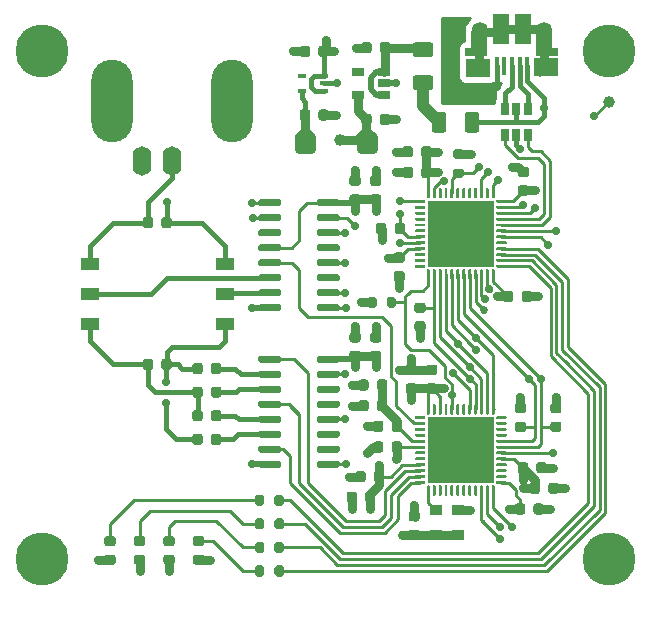
<source format=gbr>
G04 #@! TF.GenerationSoftware,KiCad,Pcbnew,5.1.8*
G04 #@! TF.CreationDate,2020-12-14T20:40:46-06:00*
G04 #@! TF.ProjectId,pcb,7063622e-6b69-4636-9164-5f7063625858,rev?*
G04 #@! TF.SameCoordinates,Original*
G04 #@! TF.FileFunction,Copper,L1,Top*
G04 #@! TF.FilePolarity,Positive*
%FSLAX46Y46*%
G04 Gerber Fmt 4.6, Leading zero omitted, Abs format (unit mm)*
G04 Created by KiCad (PCBNEW 5.1.8) date 2020-12-14 20:40:46*
%MOMM*%
%LPD*%
G01*
G04 APERTURE LIST*
G04 #@! TA.AperFunction,ComponentPad*
%ADD10C,4.500000*%
G04 #@! TD*
G04 #@! TA.AperFunction,SMDPad,CuDef*
%ADD11R,0.650000X1.060000*%
G04 #@! TD*
G04 #@! TA.AperFunction,SMDPad,CuDef*
%ADD12R,1.000000X0.900000*%
G04 #@! TD*
G04 #@! TA.AperFunction,SMDPad,CuDef*
%ADD13R,5.600000X5.600000*%
G04 #@! TD*
G04 #@! TA.AperFunction,SMDPad,CuDef*
%ADD14C,1.000000*%
G04 #@! TD*
G04 #@! TA.AperFunction,SMDPad,CuDef*
%ADD15R,1.430000X2.500000*%
G04 #@! TD*
G04 #@! TA.AperFunction,ComponentPad*
%ADD16O,1.350000X1.700000*%
G04 #@! TD*
G04 #@! TA.AperFunction,ComponentPad*
%ADD17O,1.100000X1.500000*%
G04 #@! TD*
G04 #@! TA.AperFunction,SMDPad,CuDef*
%ADD18R,0.400000X1.650000*%
G04 #@! TD*
G04 #@! TA.AperFunction,SMDPad,CuDef*
%ADD19R,2.000000X1.500000*%
G04 #@! TD*
G04 #@! TA.AperFunction,SMDPad,CuDef*
%ADD20R,1.825000X0.700000*%
G04 #@! TD*
G04 #@! TA.AperFunction,SMDPad,CuDef*
%ADD21R,1.350000X2.000000*%
G04 #@! TD*
G04 #@! TA.AperFunction,SMDPad,CuDef*
%ADD22R,0.650000X0.400000*%
G04 #@! TD*
G04 #@! TA.AperFunction,SMDPad,CuDef*
%ADD23R,1.060000X0.650000*%
G04 #@! TD*
G04 #@! TA.AperFunction,ComponentPad*
%ADD24O,1.600000X2.500000*%
G04 #@! TD*
G04 #@! TA.AperFunction,ComponentPad*
%ADD25O,3.500000X7.000000*%
G04 #@! TD*
G04 #@! TA.AperFunction,SMDPad,CuDef*
%ADD26R,1.524000X1.016000*%
G04 #@! TD*
G04 #@! TA.AperFunction,ViaPad*
%ADD27C,0.900000*%
G04 #@! TD*
G04 #@! TA.AperFunction,ViaPad*
%ADD28C,0.700000*%
G04 #@! TD*
G04 #@! TA.AperFunction,ViaPad*
%ADD29C,0.685800*%
G04 #@! TD*
G04 #@! TA.AperFunction,Conductor*
%ADD30C,0.750000*%
G04 #@! TD*
G04 #@! TA.AperFunction,Conductor*
%ADD31C,0.250000*%
G04 #@! TD*
G04 #@! TA.AperFunction,Conductor*
%ADD32C,0.500000*%
G04 #@! TD*
G04 #@! TA.AperFunction,Conductor*
%ADD33C,0.400000*%
G04 #@! TD*
G04 #@! TA.AperFunction,Conductor*
%ADD34C,0.254000*%
G04 #@! TD*
G04 #@! TA.AperFunction,Conductor*
%ADD35C,1.000000*%
G04 #@! TD*
G04 #@! TA.AperFunction,Conductor*
%ADD36C,0.100000*%
G04 #@! TD*
G04 APERTURE END LIST*
D10*
X20250000Y-63750000D03*
G04 #@! TA.AperFunction,SMDPad,CuDef*
G36*
G01*
X33756250Y-105650000D02*
X33243750Y-105650000D01*
G75*
G02*
X33025000Y-105431250I0J218750D01*
G01*
X33025000Y-104993750D01*
G75*
G02*
X33243750Y-104775000I218750J0D01*
G01*
X33756250Y-104775000D01*
G75*
G02*
X33975000Y-104993750I0J-218750D01*
G01*
X33975000Y-105431250D01*
G75*
G02*
X33756250Y-105650000I-218750J0D01*
G01*
G37*
G04 #@! TD.AperFunction*
G04 #@! TA.AperFunction,SMDPad,CuDef*
G36*
G01*
X33756250Y-107225000D02*
X33243750Y-107225000D01*
G75*
G02*
X33025000Y-107006250I0J218750D01*
G01*
X33025000Y-106568750D01*
G75*
G02*
X33243750Y-106350000I218750J0D01*
G01*
X33756250Y-106350000D01*
G75*
G02*
X33975000Y-106568750I0J-218750D01*
G01*
X33975000Y-107006250D01*
G75*
G02*
X33756250Y-107225000I-218750J0D01*
G01*
G37*
G04 #@! TD.AperFunction*
G04 #@! TA.AperFunction,SMDPad,CuDef*
G36*
G01*
X31256250Y-105650000D02*
X30743750Y-105650000D01*
G75*
G02*
X30525000Y-105431250I0J218750D01*
G01*
X30525000Y-104993750D01*
G75*
G02*
X30743750Y-104775000I218750J0D01*
G01*
X31256250Y-104775000D01*
G75*
G02*
X31475000Y-104993750I0J-218750D01*
G01*
X31475000Y-105431250D01*
G75*
G02*
X31256250Y-105650000I-218750J0D01*
G01*
G37*
G04 #@! TD.AperFunction*
G04 #@! TA.AperFunction,SMDPad,CuDef*
G36*
G01*
X31256250Y-107225000D02*
X30743750Y-107225000D01*
G75*
G02*
X30525000Y-107006250I0J218750D01*
G01*
X30525000Y-106568750D01*
G75*
G02*
X30743750Y-106350000I218750J0D01*
G01*
X31256250Y-106350000D01*
G75*
G02*
X31475000Y-106568750I0J-218750D01*
G01*
X31475000Y-107006250D01*
G75*
G02*
X31256250Y-107225000I-218750J0D01*
G01*
G37*
G04 #@! TD.AperFunction*
G04 #@! TA.AperFunction,SMDPad,CuDef*
G36*
G01*
X28756250Y-105650000D02*
X28243750Y-105650000D01*
G75*
G02*
X28025000Y-105431250I0J218750D01*
G01*
X28025000Y-104993750D01*
G75*
G02*
X28243750Y-104775000I218750J0D01*
G01*
X28756250Y-104775000D01*
G75*
G02*
X28975000Y-104993750I0J-218750D01*
G01*
X28975000Y-105431250D01*
G75*
G02*
X28756250Y-105650000I-218750J0D01*
G01*
G37*
G04 #@! TD.AperFunction*
G04 #@! TA.AperFunction,SMDPad,CuDef*
G36*
G01*
X28756250Y-107225000D02*
X28243750Y-107225000D01*
G75*
G02*
X28025000Y-107006250I0J218750D01*
G01*
X28025000Y-106568750D01*
G75*
G02*
X28243750Y-106350000I218750J0D01*
G01*
X28756250Y-106350000D01*
G75*
G02*
X28975000Y-106568750I0J-218750D01*
G01*
X28975000Y-107006250D01*
G75*
G02*
X28756250Y-107225000I-218750J0D01*
G01*
G37*
G04 #@! TD.AperFunction*
G04 #@! TA.AperFunction,SMDPad,CuDef*
G36*
G01*
X26256250Y-105650000D02*
X25743750Y-105650000D01*
G75*
G02*
X25525000Y-105431250I0J218750D01*
G01*
X25525000Y-104993750D01*
G75*
G02*
X25743750Y-104775000I218750J0D01*
G01*
X26256250Y-104775000D01*
G75*
G02*
X26475000Y-104993750I0J-218750D01*
G01*
X26475000Y-105431250D01*
G75*
G02*
X26256250Y-105650000I-218750J0D01*
G01*
G37*
G04 #@! TD.AperFunction*
G04 #@! TA.AperFunction,SMDPad,CuDef*
G36*
G01*
X26256250Y-107225000D02*
X25743750Y-107225000D01*
G75*
G02*
X25525000Y-107006250I0J218750D01*
G01*
X25525000Y-106568750D01*
G75*
G02*
X25743750Y-106350000I218750J0D01*
G01*
X26256250Y-106350000D01*
G75*
G02*
X26475000Y-106568750I0J-218750D01*
G01*
X26475000Y-107006250D01*
G75*
G02*
X26256250Y-107225000I-218750J0D01*
G01*
G37*
G04 #@! TD.AperFunction*
G04 #@! TA.AperFunction,SMDPad,CuDef*
G36*
G01*
X39075000Y-107475000D02*
X39075000Y-108025000D01*
G75*
G02*
X38875000Y-108225000I-200000J0D01*
G01*
X38475000Y-108225000D01*
G75*
G02*
X38275000Y-108025000I0J200000D01*
G01*
X38275000Y-107475000D01*
G75*
G02*
X38475000Y-107275000I200000J0D01*
G01*
X38875000Y-107275000D01*
G75*
G02*
X39075000Y-107475000I0J-200000D01*
G01*
G37*
G04 #@! TD.AperFunction*
G04 #@! TA.AperFunction,SMDPad,CuDef*
G36*
G01*
X40725000Y-107475000D02*
X40725000Y-108025000D01*
G75*
G02*
X40525000Y-108225000I-200000J0D01*
G01*
X40125000Y-108225000D01*
G75*
G02*
X39925000Y-108025000I0J200000D01*
G01*
X39925000Y-107475000D01*
G75*
G02*
X40125000Y-107275000I200000J0D01*
G01*
X40525000Y-107275000D01*
G75*
G02*
X40725000Y-107475000I0J-200000D01*
G01*
G37*
G04 #@! TD.AperFunction*
G04 #@! TA.AperFunction,SMDPad,CuDef*
G36*
G01*
X39075000Y-105475000D02*
X39075000Y-106025000D01*
G75*
G02*
X38875000Y-106225000I-200000J0D01*
G01*
X38475000Y-106225000D01*
G75*
G02*
X38275000Y-106025000I0J200000D01*
G01*
X38275000Y-105475000D01*
G75*
G02*
X38475000Y-105275000I200000J0D01*
G01*
X38875000Y-105275000D01*
G75*
G02*
X39075000Y-105475000I0J-200000D01*
G01*
G37*
G04 #@! TD.AperFunction*
G04 #@! TA.AperFunction,SMDPad,CuDef*
G36*
G01*
X40725000Y-105475000D02*
X40725000Y-106025000D01*
G75*
G02*
X40525000Y-106225000I-200000J0D01*
G01*
X40125000Y-106225000D01*
G75*
G02*
X39925000Y-106025000I0J200000D01*
G01*
X39925000Y-105475000D01*
G75*
G02*
X40125000Y-105275000I200000J0D01*
G01*
X40525000Y-105275000D01*
G75*
G02*
X40725000Y-105475000I0J-200000D01*
G01*
G37*
G04 #@! TD.AperFunction*
G04 #@! TA.AperFunction,SMDPad,CuDef*
G36*
G01*
X39075000Y-103475000D02*
X39075000Y-104025000D01*
G75*
G02*
X38875000Y-104225000I-200000J0D01*
G01*
X38475000Y-104225000D01*
G75*
G02*
X38275000Y-104025000I0J200000D01*
G01*
X38275000Y-103475000D01*
G75*
G02*
X38475000Y-103275000I200000J0D01*
G01*
X38875000Y-103275000D01*
G75*
G02*
X39075000Y-103475000I0J-200000D01*
G01*
G37*
G04 #@! TD.AperFunction*
G04 #@! TA.AperFunction,SMDPad,CuDef*
G36*
G01*
X40725000Y-103475000D02*
X40725000Y-104025000D01*
G75*
G02*
X40525000Y-104225000I-200000J0D01*
G01*
X40125000Y-104225000D01*
G75*
G02*
X39925000Y-104025000I0J200000D01*
G01*
X39925000Y-103475000D01*
G75*
G02*
X40125000Y-103275000I200000J0D01*
G01*
X40525000Y-103275000D01*
G75*
G02*
X40725000Y-103475000I0J-200000D01*
G01*
G37*
G04 #@! TD.AperFunction*
G04 #@! TA.AperFunction,SMDPad,CuDef*
G36*
G01*
X39075000Y-101475000D02*
X39075000Y-102025000D01*
G75*
G02*
X38875000Y-102225000I-200000J0D01*
G01*
X38475000Y-102225000D01*
G75*
G02*
X38275000Y-102025000I0J200000D01*
G01*
X38275000Y-101475000D01*
G75*
G02*
X38475000Y-101275000I200000J0D01*
G01*
X38875000Y-101275000D01*
G75*
G02*
X39075000Y-101475000I0J-200000D01*
G01*
G37*
G04 #@! TD.AperFunction*
G04 #@! TA.AperFunction,SMDPad,CuDef*
G36*
G01*
X40725000Y-101475000D02*
X40725000Y-102025000D01*
G75*
G02*
X40525000Y-102225000I-200000J0D01*
G01*
X40125000Y-102225000D01*
G75*
G02*
X39925000Y-102025000I0J200000D01*
G01*
X39925000Y-101475000D01*
G75*
G02*
X40125000Y-101275000I200000J0D01*
G01*
X40525000Y-101275000D01*
G75*
G02*
X40725000Y-101475000I0J-200000D01*
G01*
G37*
G04 #@! TD.AperFunction*
D11*
X60400000Y-68650000D03*
X59450000Y-68650000D03*
X61350000Y-68650000D03*
X61350000Y-70850000D03*
X60400000Y-70850000D03*
X59450000Y-70850000D03*
D12*
X55491754Y-102611386D03*
X53591754Y-102611386D03*
X53591754Y-104711386D03*
X55491754Y-104711386D03*
D10*
X20250000Y-106750000D03*
X68250000Y-106750000D03*
X68250000Y-63750000D03*
D13*
X55700000Y-97500000D03*
G04 #@! TA.AperFunction,SMDPad,CuDef*
G36*
G01*
X58575000Y-100562500D02*
X58575000Y-101312500D01*
G75*
G02*
X58512500Y-101375000I-62500J0D01*
G01*
X58387500Y-101375000D01*
G75*
G02*
X58325000Y-101312500I0J62500D01*
G01*
X58325000Y-100562500D01*
G75*
G02*
X58387500Y-100500000I62500J0D01*
G01*
X58512500Y-100500000D01*
G75*
G02*
X58575000Y-100562500I0J-62500D01*
G01*
G37*
G04 #@! TD.AperFunction*
G04 #@! TA.AperFunction,SMDPad,CuDef*
G36*
G01*
X58075000Y-100562500D02*
X58075000Y-101312500D01*
G75*
G02*
X58012500Y-101375000I-62500J0D01*
G01*
X57887500Y-101375000D01*
G75*
G02*
X57825000Y-101312500I0J62500D01*
G01*
X57825000Y-100562500D01*
G75*
G02*
X57887500Y-100500000I62500J0D01*
G01*
X58012500Y-100500000D01*
G75*
G02*
X58075000Y-100562500I0J-62500D01*
G01*
G37*
G04 #@! TD.AperFunction*
G04 #@! TA.AperFunction,SMDPad,CuDef*
G36*
G01*
X57575000Y-100562500D02*
X57575000Y-101312500D01*
G75*
G02*
X57512500Y-101375000I-62500J0D01*
G01*
X57387500Y-101375000D01*
G75*
G02*
X57325000Y-101312500I0J62500D01*
G01*
X57325000Y-100562500D01*
G75*
G02*
X57387500Y-100500000I62500J0D01*
G01*
X57512500Y-100500000D01*
G75*
G02*
X57575000Y-100562500I0J-62500D01*
G01*
G37*
G04 #@! TD.AperFunction*
G04 #@! TA.AperFunction,SMDPad,CuDef*
G36*
G01*
X57075000Y-100562500D02*
X57075000Y-101312500D01*
G75*
G02*
X57012500Y-101375000I-62500J0D01*
G01*
X56887500Y-101375000D01*
G75*
G02*
X56825000Y-101312500I0J62500D01*
G01*
X56825000Y-100562500D01*
G75*
G02*
X56887500Y-100500000I62500J0D01*
G01*
X57012500Y-100500000D01*
G75*
G02*
X57075000Y-100562500I0J-62500D01*
G01*
G37*
G04 #@! TD.AperFunction*
G04 #@! TA.AperFunction,SMDPad,CuDef*
G36*
G01*
X56575000Y-100562500D02*
X56575000Y-101312500D01*
G75*
G02*
X56512500Y-101375000I-62500J0D01*
G01*
X56387500Y-101375000D01*
G75*
G02*
X56325000Y-101312500I0J62500D01*
G01*
X56325000Y-100562500D01*
G75*
G02*
X56387500Y-100500000I62500J0D01*
G01*
X56512500Y-100500000D01*
G75*
G02*
X56575000Y-100562500I0J-62500D01*
G01*
G37*
G04 #@! TD.AperFunction*
G04 #@! TA.AperFunction,SMDPad,CuDef*
G36*
G01*
X56075000Y-100562500D02*
X56075000Y-101312500D01*
G75*
G02*
X56012500Y-101375000I-62500J0D01*
G01*
X55887500Y-101375000D01*
G75*
G02*
X55825000Y-101312500I0J62500D01*
G01*
X55825000Y-100562500D01*
G75*
G02*
X55887500Y-100500000I62500J0D01*
G01*
X56012500Y-100500000D01*
G75*
G02*
X56075000Y-100562500I0J-62500D01*
G01*
G37*
G04 #@! TD.AperFunction*
G04 #@! TA.AperFunction,SMDPad,CuDef*
G36*
G01*
X55575000Y-100562500D02*
X55575000Y-101312500D01*
G75*
G02*
X55512500Y-101375000I-62500J0D01*
G01*
X55387500Y-101375000D01*
G75*
G02*
X55325000Y-101312500I0J62500D01*
G01*
X55325000Y-100562500D01*
G75*
G02*
X55387500Y-100500000I62500J0D01*
G01*
X55512500Y-100500000D01*
G75*
G02*
X55575000Y-100562500I0J-62500D01*
G01*
G37*
G04 #@! TD.AperFunction*
G04 #@! TA.AperFunction,SMDPad,CuDef*
G36*
G01*
X55075000Y-100562500D02*
X55075000Y-101312500D01*
G75*
G02*
X55012500Y-101375000I-62500J0D01*
G01*
X54887500Y-101375000D01*
G75*
G02*
X54825000Y-101312500I0J62500D01*
G01*
X54825000Y-100562500D01*
G75*
G02*
X54887500Y-100500000I62500J0D01*
G01*
X55012500Y-100500000D01*
G75*
G02*
X55075000Y-100562500I0J-62500D01*
G01*
G37*
G04 #@! TD.AperFunction*
G04 #@! TA.AperFunction,SMDPad,CuDef*
G36*
G01*
X54575000Y-100562500D02*
X54575000Y-101312500D01*
G75*
G02*
X54512500Y-101375000I-62500J0D01*
G01*
X54387500Y-101375000D01*
G75*
G02*
X54325000Y-101312500I0J62500D01*
G01*
X54325000Y-100562500D01*
G75*
G02*
X54387500Y-100500000I62500J0D01*
G01*
X54512500Y-100500000D01*
G75*
G02*
X54575000Y-100562500I0J-62500D01*
G01*
G37*
G04 #@! TD.AperFunction*
G04 #@! TA.AperFunction,SMDPad,CuDef*
G36*
G01*
X54075000Y-100562500D02*
X54075000Y-101312500D01*
G75*
G02*
X54012500Y-101375000I-62500J0D01*
G01*
X53887500Y-101375000D01*
G75*
G02*
X53825000Y-101312500I0J62500D01*
G01*
X53825000Y-100562500D01*
G75*
G02*
X53887500Y-100500000I62500J0D01*
G01*
X54012500Y-100500000D01*
G75*
G02*
X54075000Y-100562500I0J-62500D01*
G01*
G37*
G04 #@! TD.AperFunction*
G04 #@! TA.AperFunction,SMDPad,CuDef*
G36*
G01*
X53575000Y-100562500D02*
X53575000Y-101312500D01*
G75*
G02*
X53512500Y-101375000I-62500J0D01*
G01*
X53387500Y-101375000D01*
G75*
G02*
X53325000Y-101312500I0J62500D01*
G01*
X53325000Y-100562500D01*
G75*
G02*
X53387500Y-100500000I62500J0D01*
G01*
X53512500Y-100500000D01*
G75*
G02*
X53575000Y-100562500I0J-62500D01*
G01*
G37*
G04 #@! TD.AperFunction*
G04 #@! TA.AperFunction,SMDPad,CuDef*
G36*
G01*
X53075000Y-100562500D02*
X53075000Y-101312500D01*
G75*
G02*
X53012500Y-101375000I-62500J0D01*
G01*
X52887500Y-101375000D01*
G75*
G02*
X52825000Y-101312500I0J62500D01*
G01*
X52825000Y-100562500D01*
G75*
G02*
X52887500Y-100500000I62500J0D01*
G01*
X53012500Y-100500000D01*
G75*
G02*
X53075000Y-100562500I0J-62500D01*
G01*
G37*
G04 #@! TD.AperFunction*
G04 #@! TA.AperFunction,SMDPad,CuDef*
G36*
G01*
X52700000Y-100187500D02*
X52700000Y-100312500D01*
G75*
G02*
X52637500Y-100375000I-62500J0D01*
G01*
X51887500Y-100375000D01*
G75*
G02*
X51825000Y-100312500I0J62500D01*
G01*
X51825000Y-100187500D01*
G75*
G02*
X51887500Y-100125000I62500J0D01*
G01*
X52637500Y-100125000D01*
G75*
G02*
X52700000Y-100187500I0J-62500D01*
G01*
G37*
G04 #@! TD.AperFunction*
G04 #@! TA.AperFunction,SMDPad,CuDef*
G36*
G01*
X52700000Y-99687500D02*
X52700000Y-99812500D01*
G75*
G02*
X52637500Y-99875000I-62500J0D01*
G01*
X51887500Y-99875000D01*
G75*
G02*
X51825000Y-99812500I0J62500D01*
G01*
X51825000Y-99687500D01*
G75*
G02*
X51887500Y-99625000I62500J0D01*
G01*
X52637500Y-99625000D01*
G75*
G02*
X52700000Y-99687500I0J-62500D01*
G01*
G37*
G04 #@! TD.AperFunction*
G04 #@! TA.AperFunction,SMDPad,CuDef*
G36*
G01*
X52700000Y-99187500D02*
X52700000Y-99312500D01*
G75*
G02*
X52637500Y-99375000I-62500J0D01*
G01*
X51887500Y-99375000D01*
G75*
G02*
X51825000Y-99312500I0J62500D01*
G01*
X51825000Y-99187500D01*
G75*
G02*
X51887500Y-99125000I62500J0D01*
G01*
X52637500Y-99125000D01*
G75*
G02*
X52700000Y-99187500I0J-62500D01*
G01*
G37*
G04 #@! TD.AperFunction*
G04 #@! TA.AperFunction,SMDPad,CuDef*
G36*
G01*
X52700000Y-98687500D02*
X52700000Y-98812500D01*
G75*
G02*
X52637500Y-98875000I-62500J0D01*
G01*
X51887500Y-98875000D01*
G75*
G02*
X51825000Y-98812500I0J62500D01*
G01*
X51825000Y-98687500D01*
G75*
G02*
X51887500Y-98625000I62500J0D01*
G01*
X52637500Y-98625000D01*
G75*
G02*
X52700000Y-98687500I0J-62500D01*
G01*
G37*
G04 #@! TD.AperFunction*
G04 #@! TA.AperFunction,SMDPad,CuDef*
G36*
G01*
X52700000Y-98187500D02*
X52700000Y-98312500D01*
G75*
G02*
X52637500Y-98375000I-62500J0D01*
G01*
X51887500Y-98375000D01*
G75*
G02*
X51825000Y-98312500I0J62500D01*
G01*
X51825000Y-98187500D01*
G75*
G02*
X51887500Y-98125000I62500J0D01*
G01*
X52637500Y-98125000D01*
G75*
G02*
X52700000Y-98187500I0J-62500D01*
G01*
G37*
G04 #@! TD.AperFunction*
G04 #@! TA.AperFunction,SMDPad,CuDef*
G36*
G01*
X52700000Y-97687500D02*
X52700000Y-97812500D01*
G75*
G02*
X52637500Y-97875000I-62500J0D01*
G01*
X51887500Y-97875000D01*
G75*
G02*
X51825000Y-97812500I0J62500D01*
G01*
X51825000Y-97687500D01*
G75*
G02*
X51887500Y-97625000I62500J0D01*
G01*
X52637500Y-97625000D01*
G75*
G02*
X52700000Y-97687500I0J-62500D01*
G01*
G37*
G04 #@! TD.AperFunction*
G04 #@! TA.AperFunction,SMDPad,CuDef*
G36*
G01*
X52700000Y-97187500D02*
X52700000Y-97312500D01*
G75*
G02*
X52637500Y-97375000I-62500J0D01*
G01*
X51887500Y-97375000D01*
G75*
G02*
X51825000Y-97312500I0J62500D01*
G01*
X51825000Y-97187500D01*
G75*
G02*
X51887500Y-97125000I62500J0D01*
G01*
X52637500Y-97125000D01*
G75*
G02*
X52700000Y-97187500I0J-62500D01*
G01*
G37*
G04 #@! TD.AperFunction*
G04 #@! TA.AperFunction,SMDPad,CuDef*
G36*
G01*
X52700000Y-96687500D02*
X52700000Y-96812500D01*
G75*
G02*
X52637500Y-96875000I-62500J0D01*
G01*
X51887500Y-96875000D01*
G75*
G02*
X51825000Y-96812500I0J62500D01*
G01*
X51825000Y-96687500D01*
G75*
G02*
X51887500Y-96625000I62500J0D01*
G01*
X52637500Y-96625000D01*
G75*
G02*
X52700000Y-96687500I0J-62500D01*
G01*
G37*
G04 #@! TD.AperFunction*
G04 #@! TA.AperFunction,SMDPad,CuDef*
G36*
G01*
X52700000Y-96187500D02*
X52700000Y-96312500D01*
G75*
G02*
X52637500Y-96375000I-62500J0D01*
G01*
X51887500Y-96375000D01*
G75*
G02*
X51825000Y-96312500I0J62500D01*
G01*
X51825000Y-96187500D01*
G75*
G02*
X51887500Y-96125000I62500J0D01*
G01*
X52637500Y-96125000D01*
G75*
G02*
X52700000Y-96187500I0J-62500D01*
G01*
G37*
G04 #@! TD.AperFunction*
G04 #@! TA.AperFunction,SMDPad,CuDef*
G36*
G01*
X52700000Y-95687500D02*
X52700000Y-95812500D01*
G75*
G02*
X52637500Y-95875000I-62500J0D01*
G01*
X51887500Y-95875000D01*
G75*
G02*
X51825000Y-95812500I0J62500D01*
G01*
X51825000Y-95687500D01*
G75*
G02*
X51887500Y-95625000I62500J0D01*
G01*
X52637500Y-95625000D01*
G75*
G02*
X52700000Y-95687500I0J-62500D01*
G01*
G37*
G04 #@! TD.AperFunction*
G04 #@! TA.AperFunction,SMDPad,CuDef*
G36*
G01*
X52700000Y-95187500D02*
X52700000Y-95312500D01*
G75*
G02*
X52637500Y-95375000I-62500J0D01*
G01*
X51887500Y-95375000D01*
G75*
G02*
X51825000Y-95312500I0J62500D01*
G01*
X51825000Y-95187500D01*
G75*
G02*
X51887500Y-95125000I62500J0D01*
G01*
X52637500Y-95125000D01*
G75*
G02*
X52700000Y-95187500I0J-62500D01*
G01*
G37*
G04 #@! TD.AperFunction*
G04 #@! TA.AperFunction,SMDPad,CuDef*
G36*
G01*
X52700000Y-94687500D02*
X52700000Y-94812500D01*
G75*
G02*
X52637500Y-94875000I-62500J0D01*
G01*
X51887500Y-94875000D01*
G75*
G02*
X51825000Y-94812500I0J62500D01*
G01*
X51825000Y-94687500D01*
G75*
G02*
X51887500Y-94625000I62500J0D01*
G01*
X52637500Y-94625000D01*
G75*
G02*
X52700000Y-94687500I0J-62500D01*
G01*
G37*
G04 #@! TD.AperFunction*
G04 #@! TA.AperFunction,SMDPad,CuDef*
G36*
G01*
X53075000Y-93687500D02*
X53075000Y-94437500D01*
G75*
G02*
X53012500Y-94500000I-62500J0D01*
G01*
X52887500Y-94500000D01*
G75*
G02*
X52825000Y-94437500I0J62500D01*
G01*
X52825000Y-93687500D01*
G75*
G02*
X52887500Y-93625000I62500J0D01*
G01*
X53012500Y-93625000D01*
G75*
G02*
X53075000Y-93687500I0J-62500D01*
G01*
G37*
G04 #@! TD.AperFunction*
G04 #@! TA.AperFunction,SMDPad,CuDef*
G36*
G01*
X53575000Y-93687500D02*
X53575000Y-94437500D01*
G75*
G02*
X53512500Y-94500000I-62500J0D01*
G01*
X53387500Y-94500000D01*
G75*
G02*
X53325000Y-94437500I0J62500D01*
G01*
X53325000Y-93687500D01*
G75*
G02*
X53387500Y-93625000I62500J0D01*
G01*
X53512500Y-93625000D01*
G75*
G02*
X53575000Y-93687500I0J-62500D01*
G01*
G37*
G04 #@! TD.AperFunction*
G04 #@! TA.AperFunction,SMDPad,CuDef*
G36*
G01*
X54075000Y-93687500D02*
X54075000Y-94437500D01*
G75*
G02*
X54012500Y-94500000I-62500J0D01*
G01*
X53887500Y-94500000D01*
G75*
G02*
X53825000Y-94437500I0J62500D01*
G01*
X53825000Y-93687500D01*
G75*
G02*
X53887500Y-93625000I62500J0D01*
G01*
X54012500Y-93625000D01*
G75*
G02*
X54075000Y-93687500I0J-62500D01*
G01*
G37*
G04 #@! TD.AperFunction*
G04 #@! TA.AperFunction,SMDPad,CuDef*
G36*
G01*
X54575000Y-93687500D02*
X54575000Y-94437500D01*
G75*
G02*
X54512500Y-94500000I-62500J0D01*
G01*
X54387500Y-94500000D01*
G75*
G02*
X54325000Y-94437500I0J62500D01*
G01*
X54325000Y-93687500D01*
G75*
G02*
X54387500Y-93625000I62500J0D01*
G01*
X54512500Y-93625000D01*
G75*
G02*
X54575000Y-93687500I0J-62500D01*
G01*
G37*
G04 #@! TD.AperFunction*
G04 #@! TA.AperFunction,SMDPad,CuDef*
G36*
G01*
X55075000Y-93687500D02*
X55075000Y-94437500D01*
G75*
G02*
X55012500Y-94500000I-62500J0D01*
G01*
X54887500Y-94500000D01*
G75*
G02*
X54825000Y-94437500I0J62500D01*
G01*
X54825000Y-93687500D01*
G75*
G02*
X54887500Y-93625000I62500J0D01*
G01*
X55012500Y-93625000D01*
G75*
G02*
X55075000Y-93687500I0J-62500D01*
G01*
G37*
G04 #@! TD.AperFunction*
G04 #@! TA.AperFunction,SMDPad,CuDef*
G36*
G01*
X55575000Y-93687500D02*
X55575000Y-94437500D01*
G75*
G02*
X55512500Y-94500000I-62500J0D01*
G01*
X55387500Y-94500000D01*
G75*
G02*
X55325000Y-94437500I0J62500D01*
G01*
X55325000Y-93687500D01*
G75*
G02*
X55387500Y-93625000I62500J0D01*
G01*
X55512500Y-93625000D01*
G75*
G02*
X55575000Y-93687500I0J-62500D01*
G01*
G37*
G04 #@! TD.AperFunction*
G04 #@! TA.AperFunction,SMDPad,CuDef*
G36*
G01*
X56075000Y-93687500D02*
X56075000Y-94437500D01*
G75*
G02*
X56012500Y-94500000I-62500J0D01*
G01*
X55887500Y-94500000D01*
G75*
G02*
X55825000Y-94437500I0J62500D01*
G01*
X55825000Y-93687500D01*
G75*
G02*
X55887500Y-93625000I62500J0D01*
G01*
X56012500Y-93625000D01*
G75*
G02*
X56075000Y-93687500I0J-62500D01*
G01*
G37*
G04 #@! TD.AperFunction*
G04 #@! TA.AperFunction,SMDPad,CuDef*
G36*
G01*
X56575000Y-93687500D02*
X56575000Y-94437500D01*
G75*
G02*
X56512500Y-94500000I-62500J0D01*
G01*
X56387500Y-94500000D01*
G75*
G02*
X56325000Y-94437500I0J62500D01*
G01*
X56325000Y-93687500D01*
G75*
G02*
X56387500Y-93625000I62500J0D01*
G01*
X56512500Y-93625000D01*
G75*
G02*
X56575000Y-93687500I0J-62500D01*
G01*
G37*
G04 #@! TD.AperFunction*
G04 #@! TA.AperFunction,SMDPad,CuDef*
G36*
G01*
X57075000Y-93687500D02*
X57075000Y-94437500D01*
G75*
G02*
X57012500Y-94500000I-62500J0D01*
G01*
X56887500Y-94500000D01*
G75*
G02*
X56825000Y-94437500I0J62500D01*
G01*
X56825000Y-93687500D01*
G75*
G02*
X56887500Y-93625000I62500J0D01*
G01*
X57012500Y-93625000D01*
G75*
G02*
X57075000Y-93687500I0J-62500D01*
G01*
G37*
G04 #@! TD.AperFunction*
G04 #@! TA.AperFunction,SMDPad,CuDef*
G36*
G01*
X57575000Y-93687500D02*
X57575000Y-94437500D01*
G75*
G02*
X57512500Y-94500000I-62500J0D01*
G01*
X57387500Y-94500000D01*
G75*
G02*
X57325000Y-94437500I0J62500D01*
G01*
X57325000Y-93687500D01*
G75*
G02*
X57387500Y-93625000I62500J0D01*
G01*
X57512500Y-93625000D01*
G75*
G02*
X57575000Y-93687500I0J-62500D01*
G01*
G37*
G04 #@! TD.AperFunction*
G04 #@! TA.AperFunction,SMDPad,CuDef*
G36*
G01*
X58075000Y-93687500D02*
X58075000Y-94437500D01*
G75*
G02*
X58012500Y-94500000I-62500J0D01*
G01*
X57887500Y-94500000D01*
G75*
G02*
X57825000Y-94437500I0J62500D01*
G01*
X57825000Y-93687500D01*
G75*
G02*
X57887500Y-93625000I62500J0D01*
G01*
X58012500Y-93625000D01*
G75*
G02*
X58075000Y-93687500I0J-62500D01*
G01*
G37*
G04 #@! TD.AperFunction*
G04 #@! TA.AperFunction,SMDPad,CuDef*
G36*
G01*
X58575000Y-93687500D02*
X58575000Y-94437500D01*
G75*
G02*
X58512500Y-94500000I-62500J0D01*
G01*
X58387500Y-94500000D01*
G75*
G02*
X58325000Y-94437500I0J62500D01*
G01*
X58325000Y-93687500D01*
G75*
G02*
X58387500Y-93625000I62500J0D01*
G01*
X58512500Y-93625000D01*
G75*
G02*
X58575000Y-93687500I0J-62500D01*
G01*
G37*
G04 #@! TD.AperFunction*
G04 #@! TA.AperFunction,SMDPad,CuDef*
G36*
G01*
X59575000Y-94687500D02*
X59575000Y-94812500D01*
G75*
G02*
X59512500Y-94875000I-62500J0D01*
G01*
X58762500Y-94875000D01*
G75*
G02*
X58700000Y-94812500I0J62500D01*
G01*
X58700000Y-94687500D01*
G75*
G02*
X58762500Y-94625000I62500J0D01*
G01*
X59512500Y-94625000D01*
G75*
G02*
X59575000Y-94687500I0J-62500D01*
G01*
G37*
G04 #@! TD.AperFunction*
G04 #@! TA.AperFunction,SMDPad,CuDef*
G36*
G01*
X59575000Y-95187500D02*
X59575000Y-95312500D01*
G75*
G02*
X59512500Y-95375000I-62500J0D01*
G01*
X58762500Y-95375000D01*
G75*
G02*
X58700000Y-95312500I0J62500D01*
G01*
X58700000Y-95187500D01*
G75*
G02*
X58762500Y-95125000I62500J0D01*
G01*
X59512500Y-95125000D01*
G75*
G02*
X59575000Y-95187500I0J-62500D01*
G01*
G37*
G04 #@! TD.AperFunction*
G04 #@! TA.AperFunction,SMDPad,CuDef*
G36*
G01*
X59575000Y-95687500D02*
X59575000Y-95812500D01*
G75*
G02*
X59512500Y-95875000I-62500J0D01*
G01*
X58762500Y-95875000D01*
G75*
G02*
X58700000Y-95812500I0J62500D01*
G01*
X58700000Y-95687500D01*
G75*
G02*
X58762500Y-95625000I62500J0D01*
G01*
X59512500Y-95625000D01*
G75*
G02*
X59575000Y-95687500I0J-62500D01*
G01*
G37*
G04 #@! TD.AperFunction*
G04 #@! TA.AperFunction,SMDPad,CuDef*
G36*
G01*
X59575000Y-96187500D02*
X59575000Y-96312500D01*
G75*
G02*
X59512500Y-96375000I-62500J0D01*
G01*
X58762500Y-96375000D01*
G75*
G02*
X58700000Y-96312500I0J62500D01*
G01*
X58700000Y-96187500D01*
G75*
G02*
X58762500Y-96125000I62500J0D01*
G01*
X59512500Y-96125000D01*
G75*
G02*
X59575000Y-96187500I0J-62500D01*
G01*
G37*
G04 #@! TD.AperFunction*
G04 #@! TA.AperFunction,SMDPad,CuDef*
G36*
G01*
X59575000Y-96687500D02*
X59575000Y-96812500D01*
G75*
G02*
X59512500Y-96875000I-62500J0D01*
G01*
X58762500Y-96875000D01*
G75*
G02*
X58700000Y-96812500I0J62500D01*
G01*
X58700000Y-96687500D01*
G75*
G02*
X58762500Y-96625000I62500J0D01*
G01*
X59512500Y-96625000D01*
G75*
G02*
X59575000Y-96687500I0J-62500D01*
G01*
G37*
G04 #@! TD.AperFunction*
G04 #@! TA.AperFunction,SMDPad,CuDef*
G36*
G01*
X59575000Y-97187500D02*
X59575000Y-97312500D01*
G75*
G02*
X59512500Y-97375000I-62500J0D01*
G01*
X58762500Y-97375000D01*
G75*
G02*
X58700000Y-97312500I0J62500D01*
G01*
X58700000Y-97187500D01*
G75*
G02*
X58762500Y-97125000I62500J0D01*
G01*
X59512500Y-97125000D01*
G75*
G02*
X59575000Y-97187500I0J-62500D01*
G01*
G37*
G04 #@! TD.AperFunction*
G04 #@! TA.AperFunction,SMDPad,CuDef*
G36*
G01*
X59575000Y-97687500D02*
X59575000Y-97812500D01*
G75*
G02*
X59512500Y-97875000I-62500J0D01*
G01*
X58762500Y-97875000D01*
G75*
G02*
X58700000Y-97812500I0J62500D01*
G01*
X58700000Y-97687500D01*
G75*
G02*
X58762500Y-97625000I62500J0D01*
G01*
X59512500Y-97625000D01*
G75*
G02*
X59575000Y-97687500I0J-62500D01*
G01*
G37*
G04 #@! TD.AperFunction*
G04 #@! TA.AperFunction,SMDPad,CuDef*
G36*
G01*
X59575000Y-98187500D02*
X59575000Y-98312500D01*
G75*
G02*
X59512500Y-98375000I-62500J0D01*
G01*
X58762500Y-98375000D01*
G75*
G02*
X58700000Y-98312500I0J62500D01*
G01*
X58700000Y-98187500D01*
G75*
G02*
X58762500Y-98125000I62500J0D01*
G01*
X59512500Y-98125000D01*
G75*
G02*
X59575000Y-98187500I0J-62500D01*
G01*
G37*
G04 #@! TD.AperFunction*
G04 #@! TA.AperFunction,SMDPad,CuDef*
G36*
G01*
X59575000Y-98687500D02*
X59575000Y-98812500D01*
G75*
G02*
X59512500Y-98875000I-62500J0D01*
G01*
X58762500Y-98875000D01*
G75*
G02*
X58700000Y-98812500I0J62500D01*
G01*
X58700000Y-98687500D01*
G75*
G02*
X58762500Y-98625000I62500J0D01*
G01*
X59512500Y-98625000D01*
G75*
G02*
X59575000Y-98687500I0J-62500D01*
G01*
G37*
G04 #@! TD.AperFunction*
G04 #@! TA.AperFunction,SMDPad,CuDef*
G36*
G01*
X59575000Y-99187500D02*
X59575000Y-99312500D01*
G75*
G02*
X59512500Y-99375000I-62500J0D01*
G01*
X58762500Y-99375000D01*
G75*
G02*
X58700000Y-99312500I0J62500D01*
G01*
X58700000Y-99187500D01*
G75*
G02*
X58762500Y-99125000I62500J0D01*
G01*
X59512500Y-99125000D01*
G75*
G02*
X59575000Y-99187500I0J-62500D01*
G01*
G37*
G04 #@! TD.AperFunction*
G04 #@! TA.AperFunction,SMDPad,CuDef*
G36*
G01*
X59575000Y-99687500D02*
X59575000Y-99812500D01*
G75*
G02*
X59512500Y-99875000I-62500J0D01*
G01*
X58762500Y-99875000D01*
G75*
G02*
X58700000Y-99812500I0J62500D01*
G01*
X58700000Y-99687500D01*
G75*
G02*
X58762500Y-99625000I62500J0D01*
G01*
X59512500Y-99625000D01*
G75*
G02*
X59575000Y-99687500I0J-62500D01*
G01*
G37*
G04 #@! TD.AperFunction*
G04 #@! TA.AperFunction,SMDPad,CuDef*
G36*
G01*
X59575000Y-100187500D02*
X59575000Y-100312500D01*
G75*
G02*
X59512500Y-100375000I-62500J0D01*
G01*
X58762500Y-100375000D01*
G75*
G02*
X58700000Y-100312500I0J62500D01*
G01*
X58700000Y-100187500D01*
G75*
G02*
X58762500Y-100125000I62500J0D01*
G01*
X59512500Y-100125000D01*
G75*
G02*
X59575000Y-100187500I0J-62500D01*
G01*
G37*
G04 #@! TD.AperFunction*
G04 #@! TA.AperFunction,SMDPad,CuDef*
G36*
G01*
X55775000Y-72825000D02*
X55225000Y-72825000D01*
G75*
G02*
X55025000Y-72625000I0J200000D01*
G01*
X55025000Y-72225000D01*
G75*
G02*
X55225000Y-72025000I200000J0D01*
G01*
X55775000Y-72025000D01*
G75*
G02*
X55975000Y-72225000I0J-200000D01*
G01*
X55975000Y-72625000D01*
G75*
G02*
X55775000Y-72825000I-200000J0D01*
G01*
G37*
G04 #@! TD.AperFunction*
G04 #@! TA.AperFunction,SMDPad,CuDef*
G36*
G01*
X55775000Y-74475000D02*
X55225000Y-74475000D01*
G75*
G02*
X55025000Y-74275000I0J200000D01*
G01*
X55025000Y-73875000D01*
G75*
G02*
X55225000Y-73675000I200000J0D01*
G01*
X55775000Y-73675000D01*
G75*
G02*
X55975000Y-73875000I0J-200000D01*
G01*
X55975000Y-74275000D01*
G75*
G02*
X55775000Y-74475000I-200000J0D01*
G01*
G37*
G04 #@! TD.AperFunction*
D14*
X68250000Y-68000000D03*
X45500000Y-71250000D03*
G04 #@! TA.AperFunction,SMDPad,CuDef*
G36*
G01*
X47006250Y-88400000D02*
X46493750Y-88400000D01*
G75*
G02*
X46275000Y-88181250I0J218750D01*
G01*
X46275000Y-87743750D01*
G75*
G02*
X46493750Y-87525000I218750J0D01*
G01*
X47006250Y-87525000D01*
G75*
G02*
X47225000Y-87743750I0J-218750D01*
G01*
X47225000Y-88181250D01*
G75*
G02*
X47006250Y-88400000I-218750J0D01*
G01*
G37*
G04 #@! TD.AperFunction*
G04 #@! TA.AperFunction,SMDPad,CuDef*
G36*
G01*
X47006250Y-89975000D02*
X46493750Y-89975000D01*
G75*
G02*
X46275000Y-89756250I0J218750D01*
G01*
X46275000Y-89318750D01*
G75*
G02*
X46493750Y-89100000I218750J0D01*
G01*
X47006250Y-89100000D01*
G75*
G02*
X47225000Y-89318750I0J-218750D01*
G01*
X47225000Y-89756250D01*
G75*
G02*
X47006250Y-89975000I-218750J0D01*
G01*
G37*
G04 #@! TD.AperFunction*
G04 #@! TA.AperFunction,SMDPad,CuDef*
G36*
G01*
X48756250Y-88400000D02*
X48243750Y-88400000D01*
G75*
G02*
X48025000Y-88181250I0J218750D01*
G01*
X48025000Y-87743750D01*
G75*
G02*
X48243750Y-87525000I218750J0D01*
G01*
X48756250Y-87525000D01*
G75*
G02*
X48975000Y-87743750I0J-218750D01*
G01*
X48975000Y-88181250D01*
G75*
G02*
X48756250Y-88400000I-218750J0D01*
G01*
G37*
G04 #@! TD.AperFunction*
G04 #@! TA.AperFunction,SMDPad,CuDef*
G36*
G01*
X48756250Y-89975000D02*
X48243750Y-89975000D01*
G75*
G02*
X48025000Y-89756250I0J218750D01*
G01*
X48025000Y-89318750D01*
G75*
G02*
X48243750Y-89100000I218750J0D01*
G01*
X48756250Y-89100000D01*
G75*
G02*
X48975000Y-89318750I0J-218750D01*
G01*
X48975000Y-89756250D01*
G75*
G02*
X48756250Y-89975000I-218750J0D01*
G01*
G37*
G04 #@! TD.AperFunction*
G04 #@! TA.AperFunction,SMDPad,CuDef*
G36*
G01*
X49425000Y-85275000D02*
X49425000Y-84725000D01*
G75*
G02*
X49625000Y-84525000I200000J0D01*
G01*
X50025000Y-84525000D01*
G75*
G02*
X50225000Y-84725000I0J-200000D01*
G01*
X50225000Y-85275000D01*
G75*
G02*
X50025000Y-85475000I-200000J0D01*
G01*
X49625000Y-85475000D01*
G75*
G02*
X49425000Y-85275000I0J200000D01*
G01*
G37*
G04 #@! TD.AperFunction*
G04 #@! TA.AperFunction,SMDPad,CuDef*
G36*
G01*
X47775000Y-85275000D02*
X47775000Y-84725000D01*
G75*
G02*
X47975000Y-84525000I200000J0D01*
G01*
X48375000Y-84525000D01*
G75*
G02*
X48575000Y-84725000I0J-200000D01*
G01*
X48575000Y-85275000D01*
G75*
G02*
X48375000Y-85475000I-200000J0D01*
G01*
X47975000Y-85475000D01*
G75*
G02*
X47775000Y-85275000I0J200000D01*
G01*
G37*
G04 #@! TD.AperFunction*
G04 #@! TA.AperFunction,SMDPad,CuDef*
G36*
G01*
X52006250Y-103550000D02*
X51493750Y-103550000D01*
G75*
G02*
X51275000Y-103331250I0J218750D01*
G01*
X51275000Y-102893750D01*
G75*
G02*
X51493750Y-102675000I218750J0D01*
G01*
X52006250Y-102675000D01*
G75*
G02*
X52225000Y-102893750I0J-218750D01*
G01*
X52225000Y-103331250D01*
G75*
G02*
X52006250Y-103550000I-218750J0D01*
G01*
G37*
G04 #@! TD.AperFunction*
G04 #@! TA.AperFunction,SMDPad,CuDef*
G36*
G01*
X52006250Y-105125000D02*
X51493750Y-105125000D01*
G75*
G02*
X51275000Y-104906250I0J218750D01*
G01*
X51275000Y-104468750D01*
G75*
G02*
X51493750Y-104250000I218750J0D01*
G01*
X52006250Y-104250000D01*
G75*
G02*
X52225000Y-104468750I0J-218750D01*
G01*
X52225000Y-104906250D01*
G75*
G02*
X52006250Y-105125000I-218750J0D01*
G01*
G37*
G04 #@! TD.AperFunction*
D15*
X59065000Y-61861000D03*
X60985000Y-61861000D03*
D16*
X57295000Y-62131000D03*
X62755000Y-62131000D03*
D17*
X57605000Y-65131000D03*
X62445000Y-65131000D03*
D18*
X58725000Y-65011000D03*
X59375000Y-65011000D03*
X60025000Y-65011000D03*
X60675000Y-65011000D03*
X61325000Y-65011000D03*
D19*
X57125000Y-65131000D03*
X62875000Y-65111000D03*
D20*
X57025000Y-63811000D03*
X62975000Y-63811000D03*
D21*
X62755000Y-63061000D03*
X57275000Y-63061000D03*
G04 #@! TA.AperFunction,SMDPad,CuDef*
G36*
G01*
X46900000Y-101243750D02*
X46900000Y-101756250D01*
G75*
G02*
X46681250Y-101975000I-218750J0D01*
G01*
X46243750Y-101975000D01*
G75*
G02*
X46025000Y-101756250I0J218750D01*
G01*
X46025000Y-101243750D01*
G75*
G02*
X46243750Y-101025000I218750J0D01*
G01*
X46681250Y-101025000D01*
G75*
G02*
X46900000Y-101243750I0J-218750D01*
G01*
G37*
G04 #@! TD.AperFunction*
G04 #@! TA.AperFunction,SMDPad,CuDef*
G36*
G01*
X48475000Y-101243750D02*
X48475000Y-101756250D01*
G75*
G02*
X48256250Y-101975000I-218750J0D01*
G01*
X47818750Y-101975000D01*
G75*
G02*
X47600000Y-101756250I0J218750D01*
G01*
X47600000Y-101243750D01*
G75*
G02*
X47818750Y-101025000I218750J0D01*
G01*
X48256250Y-101025000D01*
G75*
G02*
X48475000Y-101243750I0J-218750D01*
G01*
G37*
G04 #@! TD.AperFunction*
G04 #@! TA.AperFunction,SMDPad,CuDef*
G36*
G01*
X49150000Y-96993750D02*
X49150000Y-97506250D01*
G75*
G02*
X48931250Y-97725000I-218750J0D01*
G01*
X48493750Y-97725000D01*
G75*
G02*
X48275000Y-97506250I0J218750D01*
G01*
X48275000Y-96993750D01*
G75*
G02*
X48493750Y-96775000I218750J0D01*
G01*
X48931250Y-96775000D01*
G75*
G02*
X49150000Y-96993750I0J-218750D01*
G01*
G37*
G04 #@! TD.AperFunction*
G04 #@! TA.AperFunction,SMDPad,CuDef*
G36*
G01*
X50725000Y-96993750D02*
X50725000Y-97506250D01*
G75*
G02*
X50506250Y-97725000I-218750J0D01*
G01*
X50068750Y-97725000D01*
G75*
G02*
X49850000Y-97506250I0J218750D01*
G01*
X49850000Y-96993750D01*
G75*
G02*
X50068750Y-96775000I218750J0D01*
G01*
X50506250Y-96775000D01*
G75*
G02*
X50725000Y-96993750I0J-218750D01*
G01*
G37*
G04 #@! TD.AperFunction*
G04 #@! TA.AperFunction,SMDPad,CuDef*
G36*
G01*
X49850000Y-95756250D02*
X49850000Y-95243750D01*
G75*
G02*
X50068750Y-95025000I218750J0D01*
G01*
X50506250Y-95025000D01*
G75*
G02*
X50725000Y-95243750I0J-218750D01*
G01*
X50725000Y-95756250D01*
G75*
G02*
X50506250Y-95975000I-218750J0D01*
G01*
X50068750Y-95975000D01*
G75*
G02*
X49850000Y-95756250I0J218750D01*
G01*
G37*
G04 #@! TD.AperFunction*
G04 #@! TA.AperFunction,SMDPad,CuDef*
G36*
G01*
X48275000Y-95756250D02*
X48275000Y-95243750D01*
G75*
G02*
X48493750Y-95025000I218750J0D01*
G01*
X48931250Y-95025000D01*
G75*
G02*
X49150000Y-95243750I0J-218750D01*
G01*
X49150000Y-95756250D01*
G75*
G02*
X48931250Y-95975000I-218750J0D01*
G01*
X48493750Y-95975000D01*
G75*
G02*
X48275000Y-95756250I0J218750D01*
G01*
G37*
G04 #@! TD.AperFunction*
G04 #@! TA.AperFunction,SMDPad,CuDef*
G36*
G01*
X63493750Y-95100000D02*
X64006250Y-95100000D01*
G75*
G02*
X64225000Y-95318750I0J-218750D01*
G01*
X64225000Y-95756250D01*
G75*
G02*
X64006250Y-95975000I-218750J0D01*
G01*
X63493750Y-95975000D01*
G75*
G02*
X63275000Y-95756250I0J218750D01*
G01*
X63275000Y-95318750D01*
G75*
G02*
X63493750Y-95100000I218750J0D01*
G01*
G37*
G04 #@! TD.AperFunction*
G04 #@! TA.AperFunction,SMDPad,CuDef*
G36*
G01*
X63493750Y-93525000D02*
X64006250Y-93525000D01*
G75*
G02*
X64225000Y-93743750I0J-218750D01*
G01*
X64225000Y-94181250D01*
G75*
G02*
X64006250Y-94400000I-218750J0D01*
G01*
X63493750Y-94400000D01*
G75*
G02*
X63275000Y-94181250I0J218750D01*
G01*
X63275000Y-93743750D01*
G75*
G02*
X63493750Y-93525000I218750J0D01*
G01*
G37*
G04 #@! TD.AperFunction*
G04 #@! TA.AperFunction,SMDPad,CuDef*
G36*
G01*
X51993750Y-86600000D02*
X52506250Y-86600000D01*
G75*
G02*
X52725000Y-86818750I0J-218750D01*
G01*
X52725000Y-87256250D01*
G75*
G02*
X52506250Y-87475000I-218750J0D01*
G01*
X51993750Y-87475000D01*
G75*
G02*
X51775000Y-87256250I0J218750D01*
G01*
X51775000Y-86818750D01*
G75*
G02*
X51993750Y-86600000I218750J0D01*
G01*
G37*
G04 #@! TD.AperFunction*
G04 #@! TA.AperFunction,SMDPad,CuDef*
G36*
G01*
X51993750Y-85025000D02*
X52506250Y-85025000D01*
G75*
G02*
X52725000Y-85243750I0J-218750D01*
G01*
X52725000Y-85681250D01*
G75*
G02*
X52506250Y-85900000I-218750J0D01*
G01*
X51993750Y-85900000D01*
G75*
G02*
X51775000Y-85681250I0J218750D01*
G01*
X51775000Y-85243750D01*
G75*
G02*
X51993750Y-85025000I218750J0D01*
G01*
G37*
G04 #@! TD.AperFunction*
G04 #@! TA.AperFunction,SMDPad,CuDef*
G36*
G01*
X60493750Y-95100000D02*
X61006250Y-95100000D01*
G75*
G02*
X61225000Y-95318750I0J-218750D01*
G01*
X61225000Y-95756250D01*
G75*
G02*
X61006250Y-95975000I-218750J0D01*
G01*
X60493750Y-95975000D01*
G75*
G02*
X60275000Y-95756250I0J218750D01*
G01*
X60275000Y-95318750D01*
G75*
G02*
X60493750Y-95100000I218750J0D01*
G01*
G37*
G04 #@! TD.AperFunction*
G04 #@! TA.AperFunction,SMDPad,CuDef*
G36*
G01*
X60493750Y-93525000D02*
X61006250Y-93525000D01*
G75*
G02*
X61225000Y-93743750I0J-218750D01*
G01*
X61225000Y-94181250D01*
G75*
G02*
X61006250Y-94400000I-218750J0D01*
G01*
X60493750Y-94400000D01*
G75*
G02*
X60275000Y-94181250I0J218750D01*
G01*
X60275000Y-93743750D01*
G75*
G02*
X60493750Y-93525000I218750J0D01*
G01*
G37*
G04 #@! TD.AperFunction*
G04 #@! TA.AperFunction,SMDPad,CuDef*
G36*
G01*
X30350000Y-78506250D02*
X30350000Y-77993750D01*
G75*
G02*
X30568750Y-77775000I218750J0D01*
G01*
X31006250Y-77775000D01*
G75*
G02*
X31225000Y-77993750I0J-218750D01*
G01*
X31225000Y-78506250D01*
G75*
G02*
X31006250Y-78725000I-218750J0D01*
G01*
X30568750Y-78725000D01*
G75*
G02*
X30350000Y-78506250I0J218750D01*
G01*
G37*
G04 #@! TD.AperFunction*
G04 #@! TA.AperFunction,SMDPad,CuDef*
G36*
G01*
X28775000Y-78506250D02*
X28775000Y-77993750D01*
G75*
G02*
X28993750Y-77775000I218750J0D01*
G01*
X29431250Y-77775000D01*
G75*
G02*
X29650000Y-77993750I0J-218750D01*
G01*
X29650000Y-78506250D01*
G75*
G02*
X29431250Y-78725000I-218750J0D01*
G01*
X28993750Y-78725000D01*
G75*
G02*
X28775000Y-78506250I0J218750D01*
G01*
G37*
G04 #@! TD.AperFunction*
G04 #@! TA.AperFunction,SMDPad,CuDef*
G36*
G01*
X29650000Y-89993750D02*
X29650000Y-90506250D01*
G75*
G02*
X29431250Y-90725000I-218750J0D01*
G01*
X28993750Y-90725000D01*
G75*
G02*
X28775000Y-90506250I0J218750D01*
G01*
X28775000Y-89993750D01*
G75*
G02*
X28993750Y-89775000I218750J0D01*
G01*
X29431250Y-89775000D01*
G75*
G02*
X29650000Y-89993750I0J-218750D01*
G01*
G37*
G04 #@! TD.AperFunction*
G04 #@! TA.AperFunction,SMDPad,CuDef*
G36*
G01*
X31225000Y-89993750D02*
X31225000Y-90506250D01*
G75*
G02*
X31006250Y-90725000I-218750J0D01*
G01*
X30568750Y-90725000D01*
G75*
G02*
X30350000Y-90506250I0J218750D01*
G01*
X30350000Y-89993750D01*
G75*
G02*
X30568750Y-89775000I218750J0D01*
G01*
X31006250Y-89775000D01*
G75*
G02*
X31225000Y-89993750I0J-218750D01*
G01*
G37*
G04 #@! TD.AperFunction*
G04 #@! TA.AperFunction,SMDPad,CuDef*
G36*
G01*
X34550000Y-96856250D02*
X34550000Y-96343750D01*
G75*
G02*
X34768750Y-96125000I218750J0D01*
G01*
X35206250Y-96125000D01*
G75*
G02*
X35425000Y-96343750I0J-218750D01*
G01*
X35425000Y-96856250D01*
G75*
G02*
X35206250Y-97075000I-218750J0D01*
G01*
X34768750Y-97075000D01*
G75*
G02*
X34550000Y-96856250I0J218750D01*
G01*
G37*
G04 #@! TD.AperFunction*
G04 #@! TA.AperFunction,SMDPad,CuDef*
G36*
G01*
X32975000Y-96856250D02*
X32975000Y-96343750D01*
G75*
G02*
X33193750Y-96125000I218750J0D01*
G01*
X33631250Y-96125000D01*
G75*
G02*
X33850000Y-96343750I0J-218750D01*
G01*
X33850000Y-96856250D01*
G75*
G02*
X33631250Y-97075000I-218750J0D01*
G01*
X33193750Y-97075000D01*
G75*
G02*
X32975000Y-96856250I0J218750D01*
G01*
G37*
G04 #@! TD.AperFunction*
G04 #@! TA.AperFunction,SMDPad,CuDef*
G36*
G01*
X34550000Y-94856250D02*
X34550000Y-94343750D01*
G75*
G02*
X34768750Y-94125000I218750J0D01*
G01*
X35206250Y-94125000D01*
G75*
G02*
X35425000Y-94343750I0J-218750D01*
G01*
X35425000Y-94856250D01*
G75*
G02*
X35206250Y-95075000I-218750J0D01*
G01*
X34768750Y-95075000D01*
G75*
G02*
X34550000Y-94856250I0J218750D01*
G01*
G37*
G04 #@! TD.AperFunction*
G04 #@! TA.AperFunction,SMDPad,CuDef*
G36*
G01*
X32975000Y-94856250D02*
X32975000Y-94343750D01*
G75*
G02*
X33193750Y-94125000I218750J0D01*
G01*
X33631250Y-94125000D01*
G75*
G02*
X33850000Y-94343750I0J-218750D01*
G01*
X33850000Y-94856250D01*
G75*
G02*
X33631250Y-95075000I-218750J0D01*
G01*
X33193750Y-95075000D01*
G75*
G02*
X32975000Y-94856250I0J218750D01*
G01*
G37*
G04 #@! TD.AperFunction*
G04 #@! TA.AperFunction,SMDPad,CuDef*
G36*
G01*
X33850000Y-90343750D02*
X33850000Y-90856250D01*
G75*
G02*
X33631250Y-91075000I-218750J0D01*
G01*
X33193750Y-91075000D01*
G75*
G02*
X32975000Y-90856250I0J218750D01*
G01*
X32975000Y-90343750D01*
G75*
G02*
X33193750Y-90125000I218750J0D01*
G01*
X33631250Y-90125000D01*
G75*
G02*
X33850000Y-90343750I0J-218750D01*
G01*
G37*
G04 #@! TD.AperFunction*
G04 #@! TA.AperFunction,SMDPad,CuDef*
G36*
G01*
X35425000Y-90343750D02*
X35425000Y-90856250D01*
G75*
G02*
X35206250Y-91075000I-218750J0D01*
G01*
X34768750Y-91075000D01*
G75*
G02*
X34550000Y-90856250I0J218750D01*
G01*
X34550000Y-90343750D01*
G75*
G02*
X34768750Y-90125000I218750J0D01*
G01*
X35206250Y-90125000D01*
G75*
G02*
X35425000Y-90343750I0J-218750D01*
G01*
G37*
G04 #@! TD.AperFunction*
G04 #@! TA.AperFunction,SMDPad,CuDef*
G36*
G01*
X34550000Y-92856250D02*
X34550000Y-92343750D01*
G75*
G02*
X34768750Y-92125000I218750J0D01*
G01*
X35206250Y-92125000D01*
G75*
G02*
X35425000Y-92343750I0J-218750D01*
G01*
X35425000Y-92856250D01*
G75*
G02*
X35206250Y-93075000I-218750J0D01*
G01*
X34768750Y-93075000D01*
G75*
G02*
X34550000Y-92856250I0J218750D01*
G01*
G37*
G04 #@! TD.AperFunction*
G04 #@! TA.AperFunction,SMDPad,CuDef*
G36*
G01*
X32975000Y-92856250D02*
X32975000Y-92343750D01*
G75*
G02*
X33193750Y-92125000I218750J0D01*
G01*
X33631250Y-92125000D01*
G75*
G02*
X33850000Y-92343750I0J-218750D01*
G01*
X33850000Y-92856250D01*
G75*
G02*
X33631250Y-93075000I-218750J0D01*
G01*
X33193750Y-93075000D01*
G75*
G02*
X32975000Y-92856250I0J218750D01*
G01*
G37*
G04 #@! TD.AperFunction*
G04 #@! TA.AperFunction,SMDPad,CuDef*
G36*
G01*
X53506250Y-91150000D02*
X52993750Y-91150000D01*
G75*
G02*
X52775000Y-90931250I0J218750D01*
G01*
X52775000Y-90493750D01*
G75*
G02*
X52993750Y-90275000I218750J0D01*
G01*
X53506250Y-90275000D01*
G75*
G02*
X53725000Y-90493750I0J-218750D01*
G01*
X53725000Y-90931250D01*
G75*
G02*
X53506250Y-91150000I-218750J0D01*
G01*
G37*
G04 #@! TD.AperFunction*
G04 #@! TA.AperFunction,SMDPad,CuDef*
G36*
G01*
X53506250Y-92725000D02*
X52993750Y-92725000D01*
G75*
G02*
X52775000Y-92506250I0J218750D01*
G01*
X52775000Y-92068750D01*
G75*
G02*
X52993750Y-91850000I218750J0D01*
G01*
X53506250Y-91850000D01*
G75*
G02*
X53725000Y-92068750I0J-218750D01*
G01*
X53725000Y-92506250D01*
G75*
G02*
X53506250Y-92725000I-218750J0D01*
G01*
G37*
G04 #@! TD.AperFunction*
G04 #@! TA.AperFunction,SMDPad,CuDef*
G36*
G01*
X47650000Y-99493750D02*
X47650000Y-100006250D01*
G75*
G02*
X47431250Y-100225000I-218750J0D01*
G01*
X46993750Y-100225000D01*
G75*
G02*
X46775000Y-100006250I0J218750D01*
G01*
X46775000Y-99493750D01*
G75*
G02*
X46993750Y-99275000I218750J0D01*
G01*
X47431250Y-99275000D01*
G75*
G02*
X47650000Y-99493750I0J-218750D01*
G01*
G37*
G04 #@! TD.AperFunction*
G04 #@! TA.AperFunction,SMDPad,CuDef*
G36*
G01*
X49225000Y-99493750D02*
X49225000Y-100006250D01*
G75*
G02*
X49006250Y-100225000I-218750J0D01*
G01*
X48568750Y-100225000D01*
G75*
G02*
X48350000Y-100006250I0J218750D01*
G01*
X48350000Y-99493750D01*
G75*
G02*
X48568750Y-99275000I218750J0D01*
G01*
X49006250Y-99275000D01*
G75*
G02*
X49225000Y-99493750I0J-218750D01*
G01*
G37*
G04 #@! TD.AperFunction*
G04 #@! TA.AperFunction,SMDPad,CuDef*
G36*
G01*
X51756250Y-91150000D02*
X51243750Y-91150000D01*
G75*
G02*
X51025000Y-90931250I0J218750D01*
G01*
X51025000Y-90493750D01*
G75*
G02*
X51243750Y-90275000I218750J0D01*
G01*
X51756250Y-90275000D01*
G75*
G02*
X51975000Y-90493750I0J-218750D01*
G01*
X51975000Y-90931250D01*
G75*
G02*
X51756250Y-91150000I-218750J0D01*
G01*
G37*
G04 #@! TD.AperFunction*
G04 #@! TA.AperFunction,SMDPad,CuDef*
G36*
G01*
X51756250Y-92725000D02*
X51243750Y-92725000D01*
G75*
G02*
X51025000Y-92506250I0J218750D01*
G01*
X51025000Y-92068750D01*
G75*
G02*
X51243750Y-91850000I218750J0D01*
G01*
X51756250Y-91850000D01*
G75*
G02*
X51975000Y-92068750I0J-218750D01*
G01*
X51975000Y-92506250D01*
G75*
G02*
X51756250Y-92725000I-218750J0D01*
G01*
G37*
G04 #@! TD.AperFunction*
G04 #@! TA.AperFunction,SMDPad,CuDef*
G36*
G01*
X61850000Y-102756250D02*
X61850000Y-102243750D01*
G75*
G02*
X62068750Y-102025000I218750J0D01*
G01*
X62506250Y-102025000D01*
G75*
G02*
X62725000Y-102243750I0J-218750D01*
G01*
X62725000Y-102756250D01*
G75*
G02*
X62506250Y-102975000I-218750J0D01*
G01*
X62068750Y-102975000D01*
G75*
G02*
X61850000Y-102756250I0J218750D01*
G01*
G37*
G04 #@! TD.AperFunction*
G04 #@! TA.AperFunction,SMDPad,CuDef*
G36*
G01*
X60275000Y-102756250D02*
X60275000Y-102243750D01*
G75*
G02*
X60493750Y-102025000I218750J0D01*
G01*
X60931250Y-102025000D01*
G75*
G02*
X61150000Y-102243750I0J-218750D01*
G01*
X61150000Y-102756250D01*
G75*
G02*
X60931250Y-102975000I-218750J0D01*
G01*
X60493750Y-102975000D01*
G75*
G02*
X60275000Y-102756250I0J218750D01*
G01*
G37*
G04 #@! TD.AperFunction*
G04 #@! TA.AperFunction,SMDPad,CuDef*
G36*
G01*
X62100000Y-99256250D02*
X62100000Y-98743750D01*
G75*
G02*
X62318750Y-98525000I218750J0D01*
G01*
X62756250Y-98525000D01*
G75*
G02*
X62975000Y-98743750I0J-218750D01*
G01*
X62975000Y-99256250D01*
G75*
G02*
X62756250Y-99475000I-218750J0D01*
G01*
X62318750Y-99475000D01*
G75*
G02*
X62100000Y-99256250I0J218750D01*
G01*
G37*
G04 #@! TD.AperFunction*
G04 #@! TA.AperFunction,SMDPad,CuDef*
G36*
G01*
X60525000Y-99256250D02*
X60525000Y-98743750D01*
G75*
G02*
X60743750Y-98525000I218750J0D01*
G01*
X61181250Y-98525000D01*
G75*
G02*
X61400000Y-98743750I0J-218750D01*
G01*
X61400000Y-99256250D01*
G75*
G02*
X61181250Y-99475000I-218750J0D01*
G01*
X60743750Y-99475000D01*
G75*
G02*
X60525000Y-99256250I0J218750D01*
G01*
G37*
G04 #@! TD.AperFunction*
G04 #@! TA.AperFunction,SMDPad,CuDef*
G36*
G01*
X63100000Y-101006250D02*
X63100000Y-100493750D01*
G75*
G02*
X63318750Y-100275000I218750J0D01*
G01*
X63756250Y-100275000D01*
G75*
G02*
X63975000Y-100493750I0J-218750D01*
G01*
X63975000Y-101006250D01*
G75*
G02*
X63756250Y-101225000I-218750J0D01*
G01*
X63318750Y-101225000D01*
G75*
G02*
X63100000Y-101006250I0J218750D01*
G01*
G37*
G04 #@! TD.AperFunction*
G04 #@! TA.AperFunction,SMDPad,CuDef*
G36*
G01*
X61525000Y-101006250D02*
X61525000Y-100493750D01*
G75*
G02*
X61743750Y-100275000I218750J0D01*
G01*
X62181250Y-100275000D01*
G75*
G02*
X62400000Y-100493750I0J-218750D01*
G01*
X62400000Y-101006250D01*
G75*
G02*
X62181250Y-101225000I-218750J0D01*
G01*
X61743750Y-101225000D01*
G75*
G02*
X61525000Y-101006250I0J218750D01*
G01*
G37*
G04 #@! TD.AperFunction*
G04 #@! TA.AperFunction,SMDPad,CuDef*
G36*
G01*
X49400000Y-78493750D02*
X49400000Y-79006250D01*
G75*
G02*
X49181250Y-79225000I-218750J0D01*
G01*
X48743750Y-79225000D01*
G75*
G02*
X48525000Y-79006250I0J218750D01*
G01*
X48525000Y-78493750D01*
G75*
G02*
X48743750Y-78275000I218750J0D01*
G01*
X49181250Y-78275000D01*
G75*
G02*
X49400000Y-78493750I0J-218750D01*
G01*
G37*
G04 #@! TD.AperFunction*
G04 #@! TA.AperFunction,SMDPad,CuDef*
G36*
G01*
X50975000Y-78493750D02*
X50975000Y-79006250D01*
G75*
G02*
X50756250Y-79225000I-218750J0D01*
G01*
X50318750Y-79225000D01*
G75*
G02*
X50100000Y-79006250I0J218750D01*
G01*
X50100000Y-78493750D01*
G75*
G02*
X50318750Y-78275000I218750J0D01*
G01*
X50756250Y-78275000D01*
G75*
G02*
X50975000Y-78493750I0J-218750D01*
G01*
G37*
G04 #@! TD.AperFunction*
G04 #@! TA.AperFunction,SMDPad,CuDef*
G36*
G01*
X47900000Y-91743750D02*
X47900000Y-92256250D01*
G75*
G02*
X47681250Y-92475000I-218750J0D01*
G01*
X47243750Y-92475000D01*
G75*
G02*
X47025000Y-92256250I0J218750D01*
G01*
X47025000Y-91743750D01*
G75*
G02*
X47243750Y-91525000I218750J0D01*
G01*
X47681250Y-91525000D01*
G75*
G02*
X47900000Y-91743750I0J-218750D01*
G01*
G37*
G04 #@! TD.AperFunction*
G04 #@! TA.AperFunction,SMDPad,CuDef*
G36*
G01*
X49475000Y-91743750D02*
X49475000Y-92256250D01*
G75*
G02*
X49256250Y-92475000I-218750J0D01*
G01*
X48818750Y-92475000D01*
G75*
G02*
X48600000Y-92256250I0J218750D01*
G01*
X48600000Y-91743750D01*
G75*
G02*
X48818750Y-91525000I218750J0D01*
G01*
X49256250Y-91525000D01*
G75*
G02*
X49475000Y-91743750I0J-218750D01*
G01*
G37*
G04 #@! TD.AperFunction*
G04 #@! TA.AperFunction,SMDPad,CuDef*
G36*
G01*
X47900000Y-93493750D02*
X47900000Y-94006250D01*
G75*
G02*
X47681250Y-94225000I-218750J0D01*
G01*
X47243750Y-94225000D01*
G75*
G02*
X47025000Y-94006250I0J218750D01*
G01*
X47025000Y-93493750D01*
G75*
G02*
X47243750Y-93275000I218750J0D01*
G01*
X47681250Y-93275000D01*
G75*
G02*
X47900000Y-93493750I0J-218750D01*
G01*
G37*
G04 #@! TD.AperFunction*
G04 #@! TA.AperFunction,SMDPad,CuDef*
G36*
G01*
X49475000Y-93493750D02*
X49475000Y-94006250D01*
G75*
G02*
X49256250Y-94225000I-218750J0D01*
G01*
X48818750Y-94225000D01*
G75*
G02*
X48600000Y-94006250I0J218750D01*
G01*
X48600000Y-93493750D01*
G75*
G02*
X48818750Y-93275000I218750J0D01*
G01*
X49256250Y-93275000D01*
G75*
G02*
X49475000Y-93493750I0J-218750D01*
G01*
G37*
G04 #@! TD.AperFunction*
G04 #@! TA.AperFunction,SMDPad,CuDef*
G36*
G01*
X51650000Y-73743750D02*
X51650000Y-74256250D01*
G75*
G02*
X51431250Y-74475000I-218750J0D01*
G01*
X50993750Y-74475000D01*
G75*
G02*
X50775000Y-74256250I0J218750D01*
G01*
X50775000Y-73743750D01*
G75*
G02*
X50993750Y-73525000I218750J0D01*
G01*
X51431250Y-73525000D01*
G75*
G02*
X51650000Y-73743750I0J-218750D01*
G01*
G37*
G04 #@! TD.AperFunction*
G04 #@! TA.AperFunction,SMDPad,CuDef*
G36*
G01*
X53225000Y-73743750D02*
X53225000Y-74256250D01*
G75*
G02*
X53006250Y-74475000I-218750J0D01*
G01*
X52568750Y-74475000D01*
G75*
G02*
X52350000Y-74256250I0J218750D01*
G01*
X52350000Y-73743750D01*
G75*
G02*
X52568750Y-73525000I218750J0D01*
G01*
X53006250Y-73525000D01*
G75*
G02*
X53225000Y-73743750I0J-218750D01*
G01*
G37*
G04 #@! TD.AperFunction*
G04 #@! TA.AperFunction,SMDPad,CuDef*
G36*
G01*
X61256250Y-74400000D02*
X60743750Y-74400000D01*
G75*
G02*
X60525000Y-74181250I0J218750D01*
G01*
X60525000Y-73743750D01*
G75*
G02*
X60743750Y-73525000I218750J0D01*
G01*
X61256250Y-73525000D01*
G75*
G02*
X61475000Y-73743750I0J-218750D01*
G01*
X61475000Y-74181250D01*
G75*
G02*
X61256250Y-74400000I-218750J0D01*
G01*
G37*
G04 #@! TD.AperFunction*
G04 #@! TA.AperFunction,SMDPad,CuDef*
G36*
G01*
X61256250Y-75975000D02*
X60743750Y-75975000D01*
G75*
G02*
X60525000Y-75756250I0J218750D01*
G01*
X60525000Y-75318750D01*
G75*
G02*
X60743750Y-75100000I218750J0D01*
G01*
X61256250Y-75100000D01*
G75*
G02*
X61475000Y-75318750I0J-218750D01*
G01*
X61475000Y-75756250D01*
G75*
G02*
X61256250Y-75975000I-218750J0D01*
G01*
G37*
G04 #@! TD.AperFunction*
G04 #@! TA.AperFunction,SMDPad,CuDef*
G36*
G01*
X60850000Y-84756250D02*
X60850000Y-84243750D01*
G75*
G02*
X61068750Y-84025000I218750J0D01*
G01*
X61506250Y-84025000D01*
G75*
G02*
X61725000Y-84243750I0J-218750D01*
G01*
X61725000Y-84756250D01*
G75*
G02*
X61506250Y-84975000I-218750J0D01*
G01*
X61068750Y-84975000D01*
G75*
G02*
X60850000Y-84756250I0J218750D01*
G01*
G37*
G04 #@! TD.AperFunction*
G04 #@! TA.AperFunction,SMDPad,CuDef*
G36*
G01*
X59275000Y-84756250D02*
X59275000Y-84243750D01*
G75*
G02*
X59493750Y-84025000I218750J0D01*
G01*
X59931250Y-84025000D01*
G75*
G02*
X60150000Y-84243750I0J-218750D01*
G01*
X60150000Y-84756250D01*
G75*
G02*
X59931250Y-84975000I-218750J0D01*
G01*
X59493750Y-84975000D01*
G75*
G02*
X59275000Y-84756250I0J218750D01*
G01*
G37*
G04 #@! TD.AperFunction*
G04 #@! TA.AperFunction,SMDPad,CuDef*
G36*
G01*
X50243750Y-82350000D02*
X50756250Y-82350000D01*
G75*
G02*
X50975000Y-82568750I0J-218750D01*
G01*
X50975000Y-83006250D01*
G75*
G02*
X50756250Y-83225000I-218750J0D01*
G01*
X50243750Y-83225000D01*
G75*
G02*
X50025000Y-83006250I0J218750D01*
G01*
X50025000Y-82568750D01*
G75*
G02*
X50243750Y-82350000I218750J0D01*
G01*
G37*
G04 #@! TD.AperFunction*
G04 #@! TA.AperFunction,SMDPad,CuDef*
G36*
G01*
X50243750Y-80775000D02*
X50756250Y-80775000D01*
G75*
G02*
X50975000Y-80993750I0J-218750D01*
G01*
X50975000Y-81431250D01*
G75*
G02*
X50756250Y-81650000I-218750J0D01*
G01*
X50243750Y-81650000D01*
G75*
G02*
X50025000Y-81431250I0J218750D01*
G01*
X50025000Y-80993750D01*
G75*
G02*
X50243750Y-80775000I218750J0D01*
G01*
G37*
G04 #@! TD.AperFunction*
G04 #@! TA.AperFunction,SMDPad,CuDef*
G36*
G01*
X51650000Y-71993750D02*
X51650000Y-72506250D01*
G75*
G02*
X51431250Y-72725000I-218750J0D01*
G01*
X50993750Y-72725000D01*
G75*
G02*
X50775000Y-72506250I0J218750D01*
G01*
X50775000Y-71993750D01*
G75*
G02*
X50993750Y-71775000I218750J0D01*
G01*
X51431250Y-71775000D01*
G75*
G02*
X51650000Y-71993750I0J-218750D01*
G01*
G37*
G04 #@! TD.AperFunction*
G04 #@! TA.AperFunction,SMDPad,CuDef*
G36*
G01*
X53225000Y-71993750D02*
X53225000Y-72506250D01*
G75*
G02*
X53006250Y-72725000I-218750J0D01*
G01*
X52568750Y-72725000D01*
G75*
G02*
X52350000Y-72506250I0J218750D01*
G01*
X52350000Y-71993750D01*
G75*
G02*
X52568750Y-71775000I218750J0D01*
G01*
X53006250Y-71775000D01*
G75*
G02*
X53225000Y-71993750I0J-218750D01*
G01*
G37*
G04 #@! TD.AperFunction*
G04 #@! TA.AperFunction,SMDPad,CuDef*
G36*
G01*
X43646400Y-69391050D02*
X43646400Y-68878550D01*
G75*
G02*
X43865150Y-68659800I218750J0D01*
G01*
X44302650Y-68659800D01*
G75*
G02*
X44521400Y-68878550I0J-218750D01*
G01*
X44521400Y-69391050D01*
G75*
G02*
X44302650Y-69609800I-218750J0D01*
G01*
X43865150Y-69609800D01*
G75*
G02*
X43646400Y-69391050I0J218750D01*
G01*
G37*
G04 #@! TD.AperFunction*
G04 #@! TA.AperFunction,SMDPad,CuDef*
G36*
G01*
X42071400Y-69391050D02*
X42071400Y-68878550D01*
G75*
G02*
X42290150Y-68659800I218750J0D01*
G01*
X42727650Y-68659800D01*
G75*
G02*
X42946400Y-68878550I0J-218750D01*
G01*
X42946400Y-69391050D01*
G75*
G02*
X42727650Y-69609800I-218750J0D01*
G01*
X42290150Y-69609800D01*
G75*
G02*
X42071400Y-69391050I0J218750D01*
G01*
G37*
G04 #@! TD.AperFunction*
G04 #@! TA.AperFunction,SMDPad,CuDef*
G36*
G01*
X42946400Y-63493750D02*
X42946400Y-64006250D01*
G75*
G02*
X42727650Y-64225000I-218750J0D01*
G01*
X42290150Y-64225000D01*
G75*
G02*
X42071400Y-64006250I0J218750D01*
G01*
X42071400Y-63493750D01*
G75*
G02*
X42290150Y-63275000I218750J0D01*
G01*
X42727650Y-63275000D01*
G75*
G02*
X42946400Y-63493750I0J-218750D01*
G01*
G37*
G04 #@! TD.AperFunction*
G04 #@! TA.AperFunction,SMDPad,CuDef*
G36*
G01*
X44521400Y-63493750D02*
X44521400Y-64006250D01*
G75*
G02*
X44302650Y-64225000I-218750J0D01*
G01*
X43865150Y-64225000D01*
G75*
G02*
X43646400Y-64006250I0J218750D01*
G01*
X43646400Y-63493750D01*
G75*
G02*
X43865150Y-63275000I218750J0D01*
G01*
X44302650Y-63275000D01*
G75*
G02*
X44521400Y-63493750I0J-218750D01*
G01*
G37*
G04 #@! TD.AperFunction*
G04 #@! TA.AperFunction,SMDPad,CuDef*
G36*
G01*
X48850000Y-69756250D02*
X48850000Y-69243750D01*
G75*
G02*
X49068750Y-69025000I218750J0D01*
G01*
X49506250Y-69025000D01*
G75*
G02*
X49725000Y-69243750I0J-218750D01*
G01*
X49725000Y-69756250D01*
G75*
G02*
X49506250Y-69975000I-218750J0D01*
G01*
X49068750Y-69975000D01*
G75*
G02*
X48850000Y-69756250I0J218750D01*
G01*
G37*
G04 #@! TD.AperFunction*
G04 #@! TA.AperFunction,SMDPad,CuDef*
G36*
G01*
X47275000Y-69756250D02*
X47275000Y-69243750D01*
G75*
G02*
X47493750Y-69025000I218750J0D01*
G01*
X47931250Y-69025000D01*
G75*
G02*
X48150000Y-69243750I0J-218750D01*
G01*
X48150000Y-69756250D01*
G75*
G02*
X47931250Y-69975000I-218750J0D01*
G01*
X47493750Y-69975000D01*
G75*
G02*
X47275000Y-69756250I0J218750D01*
G01*
G37*
G04 #@! TD.AperFunction*
G04 #@! TA.AperFunction,SMDPad,CuDef*
G36*
G01*
X48150000Y-63167550D02*
X48150000Y-63680050D01*
G75*
G02*
X47931250Y-63898800I-218750J0D01*
G01*
X47493750Y-63898800D01*
G75*
G02*
X47275000Y-63680050I0J218750D01*
G01*
X47275000Y-63167550D01*
G75*
G02*
X47493750Y-62948800I218750J0D01*
G01*
X47931250Y-62948800D01*
G75*
G02*
X48150000Y-63167550I0J-218750D01*
G01*
G37*
G04 #@! TD.AperFunction*
G04 #@! TA.AperFunction,SMDPad,CuDef*
G36*
G01*
X49725000Y-63167550D02*
X49725000Y-63680050D01*
G75*
G02*
X49506250Y-63898800I-218750J0D01*
G01*
X49068750Y-63898800D01*
G75*
G02*
X48850000Y-63680050I0J218750D01*
G01*
X48850000Y-63167550D01*
G75*
G02*
X49068750Y-62948800I218750J0D01*
G01*
X49506250Y-62948800D01*
G75*
G02*
X49725000Y-63167550I0J-218750D01*
G01*
G37*
G04 #@! TD.AperFunction*
G04 #@! TA.AperFunction,SMDPad,CuDef*
G36*
G01*
X48756250Y-75150000D02*
X48243750Y-75150000D01*
G75*
G02*
X48025000Y-74931250I0J218750D01*
G01*
X48025000Y-74493750D01*
G75*
G02*
X48243750Y-74275000I218750J0D01*
G01*
X48756250Y-74275000D01*
G75*
G02*
X48975000Y-74493750I0J-218750D01*
G01*
X48975000Y-74931250D01*
G75*
G02*
X48756250Y-75150000I-218750J0D01*
G01*
G37*
G04 #@! TD.AperFunction*
G04 #@! TA.AperFunction,SMDPad,CuDef*
G36*
G01*
X48756250Y-76725000D02*
X48243750Y-76725000D01*
G75*
G02*
X48025000Y-76506250I0J218750D01*
G01*
X48025000Y-76068750D01*
G75*
G02*
X48243750Y-75850000I218750J0D01*
G01*
X48756250Y-75850000D01*
G75*
G02*
X48975000Y-76068750I0J-218750D01*
G01*
X48975000Y-76506250D01*
G75*
G02*
X48756250Y-76725000I-218750J0D01*
G01*
G37*
G04 #@! TD.AperFunction*
G04 #@! TA.AperFunction,SMDPad,CuDef*
G36*
G01*
X47006250Y-75150000D02*
X46493750Y-75150000D01*
G75*
G02*
X46275000Y-74931250I0J218750D01*
G01*
X46275000Y-74493750D01*
G75*
G02*
X46493750Y-74275000I218750J0D01*
G01*
X47006250Y-74275000D01*
G75*
G02*
X47225000Y-74493750I0J-218750D01*
G01*
X47225000Y-74931250D01*
G75*
G02*
X47006250Y-75150000I-218750J0D01*
G01*
G37*
G04 #@! TD.AperFunction*
G04 #@! TA.AperFunction,SMDPad,CuDef*
G36*
G01*
X47006250Y-76725000D02*
X46493750Y-76725000D01*
G75*
G02*
X46275000Y-76506250I0J218750D01*
G01*
X46275000Y-76068750D01*
G75*
G02*
X46493750Y-75850000I218750J0D01*
G01*
X47006250Y-75850000D01*
G75*
G02*
X47225000Y-76068750I0J-218750D01*
G01*
X47225000Y-76506250D01*
G75*
G02*
X47006250Y-76725000I-218750J0D01*
G01*
G37*
G04 #@! TD.AperFunction*
D13*
X55700000Y-79200000D03*
G04 #@! TA.AperFunction,SMDPad,CuDef*
G36*
G01*
X52825000Y-76137500D02*
X52825000Y-75387500D01*
G75*
G02*
X52887500Y-75325000I62500J0D01*
G01*
X53012500Y-75325000D01*
G75*
G02*
X53075000Y-75387500I0J-62500D01*
G01*
X53075000Y-76137500D01*
G75*
G02*
X53012500Y-76200000I-62500J0D01*
G01*
X52887500Y-76200000D01*
G75*
G02*
X52825000Y-76137500I0J62500D01*
G01*
G37*
G04 #@! TD.AperFunction*
G04 #@! TA.AperFunction,SMDPad,CuDef*
G36*
G01*
X53325000Y-76137500D02*
X53325000Y-75387500D01*
G75*
G02*
X53387500Y-75325000I62500J0D01*
G01*
X53512500Y-75325000D01*
G75*
G02*
X53575000Y-75387500I0J-62500D01*
G01*
X53575000Y-76137500D01*
G75*
G02*
X53512500Y-76200000I-62500J0D01*
G01*
X53387500Y-76200000D01*
G75*
G02*
X53325000Y-76137500I0J62500D01*
G01*
G37*
G04 #@! TD.AperFunction*
G04 #@! TA.AperFunction,SMDPad,CuDef*
G36*
G01*
X53825000Y-76137500D02*
X53825000Y-75387500D01*
G75*
G02*
X53887500Y-75325000I62500J0D01*
G01*
X54012500Y-75325000D01*
G75*
G02*
X54075000Y-75387500I0J-62500D01*
G01*
X54075000Y-76137500D01*
G75*
G02*
X54012500Y-76200000I-62500J0D01*
G01*
X53887500Y-76200000D01*
G75*
G02*
X53825000Y-76137500I0J62500D01*
G01*
G37*
G04 #@! TD.AperFunction*
G04 #@! TA.AperFunction,SMDPad,CuDef*
G36*
G01*
X54325000Y-76137500D02*
X54325000Y-75387500D01*
G75*
G02*
X54387500Y-75325000I62500J0D01*
G01*
X54512500Y-75325000D01*
G75*
G02*
X54575000Y-75387500I0J-62500D01*
G01*
X54575000Y-76137500D01*
G75*
G02*
X54512500Y-76200000I-62500J0D01*
G01*
X54387500Y-76200000D01*
G75*
G02*
X54325000Y-76137500I0J62500D01*
G01*
G37*
G04 #@! TD.AperFunction*
G04 #@! TA.AperFunction,SMDPad,CuDef*
G36*
G01*
X54825000Y-76137500D02*
X54825000Y-75387500D01*
G75*
G02*
X54887500Y-75325000I62500J0D01*
G01*
X55012500Y-75325000D01*
G75*
G02*
X55075000Y-75387500I0J-62500D01*
G01*
X55075000Y-76137500D01*
G75*
G02*
X55012500Y-76200000I-62500J0D01*
G01*
X54887500Y-76200000D01*
G75*
G02*
X54825000Y-76137500I0J62500D01*
G01*
G37*
G04 #@! TD.AperFunction*
G04 #@! TA.AperFunction,SMDPad,CuDef*
G36*
G01*
X55325000Y-76137500D02*
X55325000Y-75387500D01*
G75*
G02*
X55387500Y-75325000I62500J0D01*
G01*
X55512500Y-75325000D01*
G75*
G02*
X55575000Y-75387500I0J-62500D01*
G01*
X55575000Y-76137500D01*
G75*
G02*
X55512500Y-76200000I-62500J0D01*
G01*
X55387500Y-76200000D01*
G75*
G02*
X55325000Y-76137500I0J62500D01*
G01*
G37*
G04 #@! TD.AperFunction*
G04 #@! TA.AperFunction,SMDPad,CuDef*
G36*
G01*
X55825000Y-76137500D02*
X55825000Y-75387500D01*
G75*
G02*
X55887500Y-75325000I62500J0D01*
G01*
X56012500Y-75325000D01*
G75*
G02*
X56075000Y-75387500I0J-62500D01*
G01*
X56075000Y-76137500D01*
G75*
G02*
X56012500Y-76200000I-62500J0D01*
G01*
X55887500Y-76200000D01*
G75*
G02*
X55825000Y-76137500I0J62500D01*
G01*
G37*
G04 #@! TD.AperFunction*
G04 #@! TA.AperFunction,SMDPad,CuDef*
G36*
G01*
X56325000Y-76137500D02*
X56325000Y-75387500D01*
G75*
G02*
X56387500Y-75325000I62500J0D01*
G01*
X56512500Y-75325000D01*
G75*
G02*
X56575000Y-75387500I0J-62500D01*
G01*
X56575000Y-76137500D01*
G75*
G02*
X56512500Y-76200000I-62500J0D01*
G01*
X56387500Y-76200000D01*
G75*
G02*
X56325000Y-76137500I0J62500D01*
G01*
G37*
G04 #@! TD.AperFunction*
G04 #@! TA.AperFunction,SMDPad,CuDef*
G36*
G01*
X56825000Y-76137500D02*
X56825000Y-75387500D01*
G75*
G02*
X56887500Y-75325000I62500J0D01*
G01*
X57012500Y-75325000D01*
G75*
G02*
X57075000Y-75387500I0J-62500D01*
G01*
X57075000Y-76137500D01*
G75*
G02*
X57012500Y-76200000I-62500J0D01*
G01*
X56887500Y-76200000D01*
G75*
G02*
X56825000Y-76137500I0J62500D01*
G01*
G37*
G04 #@! TD.AperFunction*
G04 #@! TA.AperFunction,SMDPad,CuDef*
G36*
G01*
X57325000Y-76137500D02*
X57325000Y-75387500D01*
G75*
G02*
X57387500Y-75325000I62500J0D01*
G01*
X57512500Y-75325000D01*
G75*
G02*
X57575000Y-75387500I0J-62500D01*
G01*
X57575000Y-76137500D01*
G75*
G02*
X57512500Y-76200000I-62500J0D01*
G01*
X57387500Y-76200000D01*
G75*
G02*
X57325000Y-76137500I0J62500D01*
G01*
G37*
G04 #@! TD.AperFunction*
G04 #@! TA.AperFunction,SMDPad,CuDef*
G36*
G01*
X57825000Y-76137500D02*
X57825000Y-75387500D01*
G75*
G02*
X57887500Y-75325000I62500J0D01*
G01*
X58012500Y-75325000D01*
G75*
G02*
X58075000Y-75387500I0J-62500D01*
G01*
X58075000Y-76137500D01*
G75*
G02*
X58012500Y-76200000I-62500J0D01*
G01*
X57887500Y-76200000D01*
G75*
G02*
X57825000Y-76137500I0J62500D01*
G01*
G37*
G04 #@! TD.AperFunction*
G04 #@! TA.AperFunction,SMDPad,CuDef*
G36*
G01*
X58325000Y-76137500D02*
X58325000Y-75387500D01*
G75*
G02*
X58387500Y-75325000I62500J0D01*
G01*
X58512500Y-75325000D01*
G75*
G02*
X58575000Y-75387500I0J-62500D01*
G01*
X58575000Y-76137500D01*
G75*
G02*
X58512500Y-76200000I-62500J0D01*
G01*
X58387500Y-76200000D01*
G75*
G02*
X58325000Y-76137500I0J62500D01*
G01*
G37*
G04 #@! TD.AperFunction*
G04 #@! TA.AperFunction,SMDPad,CuDef*
G36*
G01*
X58700000Y-76512500D02*
X58700000Y-76387500D01*
G75*
G02*
X58762500Y-76325000I62500J0D01*
G01*
X59512500Y-76325000D01*
G75*
G02*
X59575000Y-76387500I0J-62500D01*
G01*
X59575000Y-76512500D01*
G75*
G02*
X59512500Y-76575000I-62500J0D01*
G01*
X58762500Y-76575000D01*
G75*
G02*
X58700000Y-76512500I0J62500D01*
G01*
G37*
G04 #@! TD.AperFunction*
G04 #@! TA.AperFunction,SMDPad,CuDef*
G36*
G01*
X58700000Y-77012500D02*
X58700000Y-76887500D01*
G75*
G02*
X58762500Y-76825000I62500J0D01*
G01*
X59512500Y-76825000D01*
G75*
G02*
X59575000Y-76887500I0J-62500D01*
G01*
X59575000Y-77012500D01*
G75*
G02*
X59512500Y-77075000I-62500J0D01*
G01*
X58762500Y-77075000D01*
G75*
G02*
X58700000Y-77012500I0J62500D01*
G01*
G37*
G04 #@! TD.AperFunction*
G04 #@! TA.AperFunction,SMDPad,CuDef*
G36*
G01*
X58700000Y-77512500D02*
X58700000Y-77387500D01*
G75*
G02*
X58762500Y-77325000I62500J0D01*
G01*
X59512500Y-77325000D01*
G75*
G02*
X59575000Y-77387500I0J-62500D01*
G01*
X59575000Y-77512500D01*
G75*
G02*
X59512500Y-77575000I-62500J0D01*
G01*
X58762500Y-77575000D01*
G75*
G02*
X58700000Y-77512500I0J62500D01*
G01*
G37*
G04 #@! TD.AperFunction*
G04 #@! TA.AperFunction,SMDPad,CuDef*
G36*
G01*
X58700000Y-78012500D02*
X58700000Y-77887500D01*
G75*
G02*
X58762500Y-77825000I62500J0D01*
G01*
X59512500Y-77825000D01*
G75*
G02*
X59575000Y-77887500I0J-62500D01*
G01*
X59575000Y-78012500D01*
G75*
G02*
X59512500Y-78075000I-62500J0D01*
G01*
X58762500Y-78075000D01*
G75*
G02*
X58700000Y-78012500I0J62500D01*
G01*
G37*
G04 #@! TD.AperFunction*
G04 #@! TA.AperFunction,SMDPad,CuDef*
G36*
G01*
X58700000Y-78512500D02*
X58700000Y-78387500D01*
G75*
G02*
X58762500Y-78325000I62500J0D01*
G01*
X59512500Y-78325000D01*
G75*
G02*
X59575000Y-78387500I0J-62500D01*
G01*
X59575000Y-78512500D01*
G75*
G02*
X59512500Y-78575000I-62500J0D01*
G01*
X58762500Y-78575000D01*
G75*
G02*
X58700000Y-78512500I0J62500D01*
G01*
G37*
G04 #@! TD.AperFunction*
G04 #@! TA.AperFunction,SMDPad,CuDef*
G36*
G01*
X58700000Y-79012500D02*
X58700000Y-78887500D01*
G75*
G02*
X58762500Y-78825000I62500J0D01*
G01*
X59512500Y-78825000D01*
G75*
G02*
X59575000Y-78887500I0J-62500D01*
G01*
X59575000Y-79012500D01*
G75*
G02*
X59512500Y-79075000I-62500J0D01*
G01*
X58762500Y-79075000D01*
G75*
G02*
X58700000Y-79012500I0J62500D01*
G01*
G37*
G04 #@! TD.AperFunction*
G04 #@! TA.AperFunction,SMDPad,CuDef*
G36*
G01*
X58700000Y-79512500D02*
X58700000Y-79387500D01*
G75*
G02*
X58762500Y-79325000I62500J0D01*
G01*
X59512500Y-79325000D01*
G75*
G02*
X59575000Y-79387500I0J-62500D01*
G01*
X59575000Y-79512500D01*
G75*
G02*
X59512500Y-79575000I-62500J0D01*
G01*
X58762500Y-79575000D01*
G75*
G02*
X58700000Y-79512500I0J62500D01*
G01*
G37*
G04 #@! TD.AperFunction*
G04 #@! TA.AperFunction,SMDPad,CuDef*
G36*
G01*
X58700000Y-80012500D02*
X58700000Y-79887500D01*
G75*
G02*
X58762500Y-79825000I62500J0D01*
G01*
X59512500Y-79825000D01*
G75*
G02*
X59575000Y-79887500I0J-62500D01*
G01*
X59575000Y-80012500D01*
G75*
G02*
X59512500Y-80075000I-62500J0D01*
G01*
X58762500Y-80075000D01*
G75*
G02*
X58700000Y-80012500I0J62500D01*
G01*
G37*
G04 #@! TD.AperFunction*
G04 #@! TA.AperFunction,SMDPad,CuDef*
G36*
G01*
X58700000Y-80512500D02*
X58700000Y-80387500D01*
G75*
G02*
X58762500Y-80325000I62500J0D01*
G01*
X59512500Y-80325000D01*
G75*
G02*
X59575000Y-80387500I0J-62500D01*
G01*
X59575000Y-80512500D01*
G75*
G02*
X59512500Y-80575000I-62500J0D01*
G01*
X58762500Y-80575000D01*
G75*
G02*
X58700000Y-80512500I0J62500D01*
G01*
G37*
G04 #@! TD.AperFunction*
G04 #@! TA.AperFunction,SMDPad,CuDef*
G36*
G01*
X58700000Y-81012500D02*
X58700000Y-80887500D01*
G75*
G02*
X58762500Y-80825000I62500J0D01*
G01*
X59512500Y-80825000D01*
G75*
G02*
X59575000Y-80887500I0J-62500D01*
G01*
X59575000Y-81012500D01*
G75*
G02*
X59512500Y-81075000I-62500J0D01*
G01*
X58762500Y-81075000D01*
G75*
G02*
X58700000Y-81012500I0J62500D01*
G01*
G37*
G04 #@! TD.AperFunction*
G04 #@! TA.AperFunction,SMDPad,CuDef*
G36*
G01*
X58700000Y-81512500D02*
X58700000Y-81387500D01*
G75*
G02*
X58762500Y-81325000I62500J0D01*
G01*
X59512500Y-81325000D01*
G75*
G02*
X59575000Y-81387500I0J-62500D01*
G01*
X59575000Y-81512500D01*
G75*
G02*
X59512500Y-81575000I-62500J0D01*
G01*
X58762500Y-81575000D01*
G75*
G02*
X58700000Y-81512500I0J62500D01*
G01*
G37*
G04 #@! TD.AperFunction*
G04 #@! TA.AperFunction,SMDPad,CuDef*
G36*
G01*
X58700000Y-82012500D02*
X58700000Y-81887500D01*
G75*
G02*
X58762500Y-81825000I62500J0D01*
G01*
X59512500Y-81825000D01*
G75*
G02*
X59575000Y-81887500I0J-62500D01*
G01*
X59575000Y-82012500D01*
G75*
G02*
X59512500Y-82075000I-62500J0D01*
G01*
X58762500Y-82075000D01*
G75*
G02*
X58700000Y-82012500I0J62500D01*
G01*
G37*
G04 #@! TD.AperFunction*
G04 #@! TA.AperFunction,SMDPad,CuDef*
G36*
G01*
X58325000Y-83012500D02*
X58325000Y-82262500D01*
G75*
G02*
X58387500Y-82200000I62500J0D01*
G01*
X58512500Y-82200000D01*
G75*
G02*
X58575000Y-82262500I0J-62500D01*
G01*
X58575000Y-83012500D01*
G75*
G02*
X58512500Y-83075000I-62500J0D01*
G01*
X58387500Y-83075000D01*
G75*
G02*
X58325000Y-83012500I0J62500D01*
G01*
G37*
G04 #@! TD.AperFunction*
G04 #@! TA.AperFunction,SMDPad,CuDef*
G36*
G01*
X57825000Y-83012500D02*
X57825000Y-82262500D01*
G75*
G02*
X57887500Y-82200000I62500J0D01*
G01*
X58012500Y-82200000D01*
G75*
G02*
X58075000Y-82262500I0J-62500D01*
G01*
X58075000Y-83012500D01*
G75*
G02*
X58012500Y-83075000I-62500J0D01*
G01*
X57887500Y-83075000D01*
G75*
G02*
X57825000Y-83012500I0J62500D01*
G01*
G37*
G04 #@! TD.AperFunction*
G04 #@! TA.AperFunction,SMDPad,CuDef*
G36*
G01*
X57325000Y-83012500D02*
X57325000Y-82262500D01*
G75*
G02*
X57387500Y-82200000I62500J0D01*
G01*
X57512500Y-82200000D01*
G75*
G02*
X57575000Y-82262500I0J-62500D01*
G01*
X57575000Y-83012500D01*
G75*
G02*
X57512500Y-83075000I-62500J0D01*
G01*
X57387500Y-83075000D01*
G75*
G02*
X57325000Y-83012500I0J62500D01*
G01*
G37*
G04 #@! TD.AperFunction*
G04 #@! TA.AperFunction,SMDPad,CuDef*
G36*
G01*
X56825000Y-83012500D02*
X56825000Y-82262500D01*
G75*
G02*
X56887500Y-82200000I62500J0D01*
G01*
X57012500Y-82200000D01*
G75*
G02*
X57075000Y-82262500I0J-62500D01*
G01*
X57075000Y-83012500D01*
G75*
G02*
X57012500Y-83075000I-62500J0D01*
G01*
X56887500Y-83075000D01*
G75*
G02*
X56825000Y-83012500I0J62500D01*
G01*
G37*
G04 #@! TD.AperFunction*
G04 #@! TA.AperFunction,SMDPad,CuDef*
G36*
G01*
X56325000Y-83012500D02*
X56325000Y-82262500D01*
G75*
G02*
X56387500Y-82200000I62500J0D01*
G01*
X56512500Y-82200000D01*
G75*
G02*
X56575000Y-82262500I0J-62500D01*
G01*
X56575000Y-83012500D01*
G75*
G02*
X56512500Y-83075000I-62500J0D01*
G01*
X56387500Y-83075000D01*
G75*
G02*
X56325000Y-83012500I0J62500D01*
G01*
G37*
G04 #@! TD.AperFunction*
G04 #@! TA.AperFunction,SMDPad,CuDef*
G36*
G01*
X55825000Y-83012500D02*
X55825000Y-82262500D01*
G75*
G02*
X55887500Y-82200000I62500J0D01*
G01*
X56012500Y-82200000D01*
G75*
G02*
X56075000Y-82262500I0J-62500D01*
G01*
X56075000Y-83012500D01*
G75*
G02*
X56012500Y-83075000I-62500J0D01*
G01*
X55887500Y-83075000D01*
G75*
G02*
X55825000Y-83012500I0J62500D01*
G01*
G37*
G04 #@! TD.AperFunction*
G04 #@! TA.AperFunction,SMDPad,CuDef*
G36*
G01*
X55325000Y-83012500D02*
X55325000Y-82262500D01*
G75*
G02*
X55387500Y-82200000I62500J0D01*
G01*
X55512500Y-82200000D01*
G75*
G02*
X55575000Y-82262500I0J-62500D01*
G01*
X55575000Y-83012500D01*
G75*
G02*
X55512500Y-83075000I-62500J0D01*
G01*
X55387500Y-83075000D01*
G75*
G02*
X55325000Y-83012500I0J62500D01*
G01*
G37*
G04 #@! TD.AperFunction*
G04 #@! TA.AperFunction,SMDPad,CuDef*
G36*
G01*
X54825000Y-83012500D02*
X54825000Y-82262500D01*
G75*
G02*
X54887500Y-82200000I62500J0D01*
G01*
X55012500Y-82200000D01*
G75*
G02*
X55075000Y-82262500I0J-62500D01*
G01*
X55075000Y-83012500D01*
G75*
G02*
X55012500Y-83075000I-62500J0D01*
G01*
X54887500Y-83075000D01*
G75*
G02*
X54825000Y-83012500I0J62500D01*
G01*
G37*
G04 #@! TD.AperFunction*
G04 #@! TA.AperFunction,SMDPad,CuDef*
G36*
G01*
X54325000Y-83012500D02*
X54325000Y-82262500D01*
G75*
G02*
X54387500Y-82200000I62500J0D01*
G01*
X54512500Y-82200000D01*
G75*
G02*
X54575000Y-82262500I0J-62500D01*
G01*
X54575000Y-83012500D01*
G75*
G02*
X54512500Y-83075000I-62500J0D01*
G01*
X54387500Y-83075000D01*
G75*
G02*
X54325000Y-83012500I0J62500D01*
G01*
G37*
G04 #@! TD.AperFunction*
G04 #@! TA.AperFunction,SMDPad,CuDef*
G36*
G01*
X53825000Y-83012500D02*
X53825000Y-82262500D01*
G75*
G02*
X53887500Y-82200000I62500J0D01*
G01*
X54012500Y-82200000D01*
G75*
G02*
X54075000Y-82262500I0J-62500D01*
G01*
X54075000Y-83012500D01*
G75*
G02*
X54012500Y-83075000I-62500J0D01*
G01*
X53887500Y-83075000D01*
G75*
G02*
X53825000Y-83012500I0J62500D01*
G01*
G37*
G04 #@! TD.AperFunction*
G04 #@! TA.AperFunction,SMDPad,CuDef*
G36*
G01*
X53325000Y-83012500D02*
X53325000Y-82262500D01*
G75*
G02*
X53387500Y-82200000I62500J0D01*
G01*
X53512500Y-82200000D01*
G75*
G02*
X53575000Y-82262500I0J-62500D01*
G01*
X53575000Y-83012500D01*
G75*
G02*
X53512500Y-83075000I-62500J0D01*
G01*
X53387500Y-83075000D01*
G75*
G02*
X53325000Y-83012500I0J62500D01*
G01*
G37*
G04 #@! TD.AperFunction*
G04 #@! TA.AperFunction,SMDPad,CuDef*
G36*
G01*
X52825000Y-83012500D02*
X52825000Y-82262500D01*
G75*
G02*
X52887500Y-82200000I62500J0D01*
G01*
X53012500Y-82200000D01*
G75*
G02*
X53075000Y-82262500I0J-62500D01*
G01*
X53075000Y-83012500D01*
G75*
G02*
X53012500Y-83075000I-62500J0D01*
G01*
X52887500Y-83075000D01*
G75*
G02*
X52825000Y-83012500I0J62500D01*
G01*
G37*
G04 #@! TD.AperFunction*
G04 #@! TA.AperFunction,SMDPad,CuDef*
G36*
G01*
X51825000Y-82012500D02*
X51825000Y-81887500D01*
G75*
G02*
X51887500Y-81825000I62500J0D01*
G01*
X52637500Y-81825000D01*
G75*
G02*
X52700000Y-81887500I0J-62500D01*
G01*
X52700000Y-82012500D01*
G75*
G02*
X52637500Y-82075000I-62500J0D01*
G01*
X51887500Y-82075000D01*
G75*
G02*
X51825000Y-82012500I0J62500D01*
G01*
G37*
G04 #@! TD.AperFunction*
G04 #@! TA.AperFunction,SMDPad,CuDef*
G36*
G01*
X51825000Y-81512500D02*
X51825000Y-81387500D01*
G75*
G02*
X51887500Y-81325000I62500J0D01*
G01*
X52637500Y-81325000D01*
G75*
G02*
X52700000Y-81387500I0J-62500D01*
G01*
X52700000Y-81512500D01*
G75*
G02*
X52637500Y-81575000I-62500J0D01*
G01*
X51887500Y-81575000D01*
G75*
G02*
X51825000Y-81512500I0J62500D01*
G01*
G37*
G04 #@! TD.AperFunction*
G04 #@! TA.AperFunction,SMDPad,CuDef*
G36*
G01*
X51825000Y-81012500D02*
X51825000Y-80887500D01*
G75*
G02*
X51887500Y-80825000I62500J0D01*
G01*
X52637500Y-80825000D01*
G75*
G02*
X52700000Y-80887500I0J-62500D01*
G01*
X52700000Y-81012500D01*
G75*
G02*
X52637500Y-81075000I-62500J0D01*
G01*
X51887500Y-81075000D01*
G75*
G02*
X51825000Y-81012500I0J62500D01*
G01*
G37*
G04 #@! TD.AperFunction*
G04 #@! TA.AperFunction,SMDPad,CuDef*
G36*
G01*
X51825000Y-80512500D02*
X51825000Y-80387500D01*
G75*
G02*
X51887500Y-80325000I62500J0D01*
G01*
X52637500Y-80325000D01*
G75*
G02*
X52700000Y-80387500I0J-62500D01*
G01*
X52700000Y-80512500D01*
G75*
G02*
X52637500Y-80575000I-62500J0D01*
G01*
X51887500Y-80575000D01*
G75*
G02*
X51825000Y-80512500I0J62500D01*
G01*
G37*
G04 #@! TD.AperFunction*
G04 #@! TA.AperFunction,SMDPad,CuDef*
G36*
G01*
X51825000Y-80012500D02*
X51825000Y-79887500D01*
G75*
G02*
X51887500Y-79825000I62500J0D01*
G01*
X52637500Y-79825000D01*
G75*
G02*
X52700000Y-79887500I0J-62500D01*
G01*
X52700000Y-80012500D01*
G75*
G02*
X52637500Y-80075000I-62500J0D01*
G01*
X51887500Y-80075000D01*
G75*
G02*
X51825000Y-80012500I0J62500D01*
G01*
G37*
G04 #@! TD.AperFunction*
G04 #@! TA.AperFunction,SMDPad,CuDef*
G36*
G01*
X51825000Y-79512500D02*
X51825000Y-79387500D01*
G75*
G02*
X51887500Y-79325000I62500J0D01*
G01*
X52637500Y-79325000D01*
G75*
G02*
X52700000Y-79387500I0J-62500D01*
G01*
X52700000Y-79512500D01*
G75*
G02*
X52637500Y-79575000I-62500J0D01*
G01*
X51887500Y-79575000D01*
G75*
G02*
X51825000Y-79512500I0J62500D01*
G01*
G37*
G04 #@! TD.AperFunction*
G04 #@! TA.AperFunction,SMDPad,CuDef*
G36*
G01*
X51825000Y-79012500D02*
X51825000Y-78887500D01*
G75*
G02*
X51887500Y-78825000I62500J0D01*
G01*
X52637500Y-78825000D01*
G75*
G02*
X52700000Y-78887500I0J-62500D01*
G01*
X52700000Y-79012500D01*
G75*
G02*
X52637500Y-79075000I-62500J0D01*
G01*
X51887500Y-79075000D01*
G75*
G02*
X51825000Y-79012500I0J62500D01*
G01*
G37*
G04 #@! TD.AperFunction*
G04 #@! TA.AperFunction,SMDPad,CuDef*
G36*
G01*
X51825000Y-78512500D02*
X51825000Y-78387500D01*
G75*
G02*
X51887500Y-78325000I62500J0D01*
G01*
X52637500Y-78325000D01*
G75*
G02*
X52700000Y-78387500I0J-62500D01*
G01*
X52700000Y-78512500D01*
G75*
G02*
X52637500Y-78575000I-62500J0D01*
G01*
X51887500Y-78575000D01*
G75*
G02*
X51825000Y-78512500I0J62500D01*
G01*
G37*
G04 #@! TD.AperFunction*
G04 #@! TA.AperFunction,SMDPad,CuDef*
G36*
G01*
X51825000Y-78012500D02*
X51825000Y-77887500D01*
G75*
G02*
X51887500Y-77825000I62500J0D01*
G01*
X52637500Y-77825000D01*
G75*
G02*
X52700000Y-77887500I0J-62500D01*
G01*
X52700000Y-78012500D01*
G75*
G02*
X52637500Y-78075000I-62500J0D01*
G01*
X51887500Y-78075000D01*
G75*
G02*
X51825000Y-78012500I0J62500D01*
G01*
G37*
G04 #@! TD.AperFunction*
G04 #@! TA.AperFunction,SMDPad,CuDef*
G36*
G01*
X51825000Y-77512500D02*
X51825000Y-77387500D01*
G75*
G02*
X51887500Y-77325000I62500J0D01*
G01*
X52637500Y-77325000D01*
G75*
G02*
X52700000Y-77387500I0J-62500D01*
G01*
X52700000Y-77512500D01*
G75*
G02*
X52637500Y-77575000I-62500J0D01*
G01*
X51887500Y-77575000D01*
G75*
G02*
X51825000Y-77512500I0J62500D01*
G01*
G37*
G04 #@! TD.AperFunction*
G04 #@! TA.AperFunction,SMDPad,CuDef*
G36*
G01*
X51825000Y-77012500D02*
X51825000Y-76887500D01*
G75*
G02*
X51887500Y-76825000I62500J0D01*
G01*
X52637500Y-76825000D01*
G75*
G02*
X52700000Y-76887500I0J-62500D01*
G01*
X52700000Y-77012500D01*
G75*
G02*
X52637500Y-77075000I-62500J0D01*
G01*
X51887500Y-77075000D01*
G75*
G02*
X51825000Y-77012500I0J62500D01*
G01*
G37*
G04 #@! TD.AperFunction*
G04 #@! TA.AperFunction,SMDPad,CuDef*
G36*
G01*
X51825000Y-76512500D02*
X51825000Y-76387500D01*
G75*
G02*
X51887500Y-76325000I62500J0D01*
G01*
X52637500Y-76325000D01*
G75*
G02*
X52700000Y-76387500I0J-62500D01*
G01*
X52700000Y-76512500D01*
G75*
G02*
X52637500Y-76575000I-62500J0D01*
G01*
X51887500Y-76575000D01*
G75*
G02*
X51825000Y-76512500I0J62500D01*
G01*
G37*
G04 #@! TD.AperFunction*
D22*
X42226400Y-67092400D03*
X42226400Y-65792400D03*
X44126400Y-66442400D03*
X44126400Y-65792400D03*
X44126400Y-67092400D03*
D23*
X46980000Y-67411900D03*
X46980000Y-65511900D03*
X49180000Y-65511900D03*
X49180000Y-66461900D03*
X49180000Y-67411900D03*
G04 #@! TA.AperFunction,SMDPad,CuDef*
G36*
G01*
X51875000Y-65775000D02*
X53125000Y-65775000D01*
G75*
G02*
X53375000Y-66025000I0J-250000D01*
G01*
X53375000Y-66775000D01*
G75*
G02*
X53125000Y-67025000I-250000J0D01*
G01*
X51875000Y-67025000D01*
G75*
G02*
X51625000Y-66775000I0J250000D01*
G01*
X51625000Y-66025000D01*
G75*
G02*
X51875000Y-65775000I250000J0D01*
G01*
G37*
G04 #@! TD.AperFunction*
G04 #@! TA.AperFunction,SMDPad,CuDef*
G36*
G01*
X51875000Y-62975000D02*
X53125000Y-62975000D01*
G75*
G02*
X53375000Y-63225000I0J-250000D01*
G01*
X53375000Y-63975000D01*
G75*
G02*
X53125000Y-64225000I-250000J0D01*
G01*
X51875000Y-64225000D01*
G75*
G02*
X51625000Y-63975000I0J250000D01*
G01*
X51625000Y-63225000D01*
G75*
G02*
X51875000Y-62975000I250000J0D01*
G01*
G37*
G04 #@! TD.AperFunction*
G04 #@! TA.AperFunction,SMDPad,CuDef*
G36*
G01*
X56025000Y-70375000D02*
X56025000Y-69125000D01*
G75*
G02*
X56275000Y-68875000I250000J0D01*
G01*
X57025000Y-68875000D01*
G75*
G02*
X57275000Y-69125000I0J-250000D01*
G01*
X57275000Y-70375000D01*
G75*
G02*
X57025000Y-70625000I-250000J0D01*
G01*
X56275000Y-70625000D01*
G75*
G02*
X56025000Y-70375000I0J250000D01*
G01*
G37*
G04 #@! TD.AperFunction*
G04 #@! TA.AperFunction,SMDPad,CuDef*
G36*
G01*
X53225000Y-70375000D02*
X53225000Y-69125000D01*
G75*
G02*
X53475000Y-68875000I250000J0D01*
G01*
X54225000Y-68875000D01*
G75*
G02*
X54475000Y-69125000I0J-250000D01*
G01*
X54475000Y-70375000D01*
G75*
G02*
X54225000Y-70625000I-250000J0D01*
G01*
X53475000Y-70625000D01*
G75*
G02*
X53225000Y-70375000I0J250000D01*
G01*
G37*
G04 #@! TD.AperFunction*
G04 #@! TA.AperFunction,SMDPad,CuDef*
G36*
G01*
X43500000Y-89955000D02*
X43500000Y-89655000D01*
G75*
G02*
X43650000Y-89505000I150000J0D01*
G01*
X45300000Y-89505000D01*
G75*
G02*
X45450000Y-89655000I0J-150000D01*
G01*
X45450000Y-89955000D01*
G75*
G02*
X45300000Y-90105000I-150000J0D01*
G01*
X43650000Y-90105000D01*
G75*
G02*
X43500000Y-89955000I0J150000D01*
G01*
G37*
G04 #@! TD.AperFunction*
G04 #@! TA.AperFunction,SMDPad,CuDef*
G36*
G01*
X43500000Y-91225000D02*
X43500000Y-90925000D01*
G75*
G02*
X43650000Y-90775000I150000J0D01*
G01*
X45300000Y-90775000D01*
G75*
G02*
X45450000Y-90925000I0J-150000D01*
G01*
X45450000Y-91225000D01*
G75*
G02*
X45300000Y-91375000I-150000J0D01*
G01*
X43650000Y-91375000D01*
G75*
G02*
X43500000Y-91225000I0J150000D01*
G01*
G37*
G04 #@! TD.AperFunction*
G04 #@! TA.AperFunction,SMDPad,CuDef*
G36*
G01*
X43500000Y-92495000D02*
X43500000Y-92195000D01*
G75*
G02*
X43650000Y-92045000I150000J0D01*
G01*
X45300000Y-92045000D01*
G75*
G02*
X45450000Y-92195000I0J-150000D01*
G01*
X45450000Y-92495000D01*
G75*
G02*
X45300000Y-92645000I-150000J0D01*
G01*
X43650000Y-92645000D01*
G75*
G02*
X43500000Y-92495000I0J150000D01*
G01*
G37*
G04 #@! TD.AperFunction*
G04 #@! TA.AperFunction,SMDPad,CuDef*
G36*
G01*
X43500000Y-93765000D02*
X43500000Y-93465000D01*
G75*
G02*
X43650000Y-93315000I150000J0D01*
G01*
X45300000Y-93315000D01*
G75*
G02*
X45450000Y-93465000I0J-150000D01*
G01*
X45450000Y-93765000D01*
G75*
G02*
X45300000Y-93915000I-150000J0D01*
G01*
X43650000Y-93915000D01*
G75*
G02*
X43500000Y-93765000I0J150000D01*
G01*
G37*
G04 #@! TD.AperFunction*
G04 #@! TA.AperFunction,SMDPad,CuDef*
G36*
G01*
X43500000Y-95035000D02*
X43500000Y-94735000D01*
G75*
G02*
X43650000Y-94585000I150000J0D01*
G01*
X45300000Y-94585000D01*
G75*
G02*
X45450000Y-94735000I0J-150000D01*
G01*
X45450000Y-95035000D01*
G75*
G02*
X45300000Y-95185000I-150000J0D01*
G01*
X43650000Y-95185000D01*
G75*
G02*
X43500000Y-95035000I0J150000D01*
G01*
G37*
G04 #@! TD.AperFunction*
G04 #@! TA.AperFunction,SMDPad,CuDef*
G36*
G01*
X43500000Y-96305000D02*
X43500000Y-96005000D01*
G75*
G02*
X43650000Y-95855000I150000J0D01*
G01*
X45300000Y-95855000D01*
G75*
G02*
X45450000Y-96005000I0J-150000D01*
G01*
X45450000Y-96305000D01*
G75*
G02*
X45300000Y-96455000I-150000J0D01*
G01*
X43650000Y-96455000D01*
G75*
G02*
X43500000Y-96305000I0J150000D01*
G01*
G37*
G04 #@! TD.AperFunction*
G04 #@! TA.AperFunction,SMDPad,CuDef*
G36*
G01*
X43500000Y-97575000D02*
X43500000Y-97275000D01*
G75*
G02*
X43650000Y-97125000I150000J0D01*
G01*
X45300000Y-97125000D01*
G75*
G02*
X45450000Y-97275000I0J-150000D01*
G01*
X45450000Y-97575000D01*
G75*
G02*
X45300000Y-97725000I-150000J0D01*
G01*
X43650000Y-97725000D01*
G75*
G02*
X43500000Y-97575000I0J150000D01*
G01*
G37*
G04 #@! TD.AperFunction*
G04 #@! TA.AperFunction,SMDPad,CuDef*
G36*
G01*
X43500000Y-98845000D02*
X43500000Y-98545000D01*
G75*
G02*
X43650000Y-98395000I150000J0D01*
G01*
X45300000Y-98395000D01*
G75*
G02*
X45450000Y-98545000I0J-150000D01*
G01*
X45450000Y-98845000D01*
G75*
G02*
X45300000Y-98995000I-150000J0D01*
G01*
X43650000Y-98995000D01*
G75*
G02*
X43500000Y-98845000I0J150000D01*
G01*
G37*
G04 #@! TD.AperFunction*
G04 #@! TA.AperFunction,SMDPad,CuDef*
G36*
G01*
X38550000Y-98845000D02*
X38550000Y-98545000D01*
G75*
G02*
X38700000Y-98395000I150000J0D01*
G01*
X40350000Y-98395000D01*
G75*
G02*
X40500000Y-98545000I0J-150000D01*
G01*
X40500000Y-98845000D01*
G75*
G02*
X40350000Y-98995000I-150000J0D01*
G01*
X38700000Y-98995000D01*
G75*
G02*
X38550000Y-98845000I0J150000D01*
G01*
G37*
G04 #@! TD.AperFunction*
G04 #@! TA.AperFunction,SMDPad,CuDef*
G36*
G01*
X38550000Y-97575000D02*
X38550000Y-97275000D01*
G75*
G02*
X38700000Y-97125000I150000J0D01*
G01*
X40350000Y-97125000D01*
G75*
G02*
X40500000Y-97275000I0J-150000D01*
G01*
X40500000Y-97575000D01*
G75*
G02*
X40350000Y-97725000I-150000J0D01*
G01*
X38700000Y-97725000D01*
G75*
G02*
X38550000Y-97575000I0J150000D01*
G01*
G37*
G04 #@! TD.AperFunction*
G04 #@! TA.AperFunction,SMDPad,CuDef*
G36*
G01*
X38550000Y-96305000D02*
X38550000Y-96005000D01*
G75*
G02*
X38700000Y-95855000I150000J0D01*
G01*
X40350000Y-95855000D01*
G75*
G02*
X40500000Y-96005000I0J-150000D01*
G01*
X40500000Y-96305000D01*
G75*
G02*
X40350000Y-96455000I-150000J0D01*
G01*
X38700000Y-96455000D01*
G75*
G02*
X38550000Y-96305000I0J150000D01*
G01*
G37*
G04 #@! TD.AperFunction*
G04 #@! TA.AperFunction,SMDPad,CuDef*
G36*
G01*
X38550000Y-95035000D02*
X38550000Y-94735000D01*
G75*
G02*
X38700000Y-94585000I150000J0D01*
G01*
X40350000Y-94585000D01*
G75*
G02*
X40500000Y-94735000I0J-150000D01*
G01*
X40500000Y-95035000D01*
G75*
G02*
X40350000Y-95185000I-150000J0D01*
G01*
X38700000Y-95185000D01*
G75*
G02*
X38550000Y-95035000I0J150000D01*
G01*
G37*
G04 #@! TD.AperFunction*
G04 #@! TA.AperFunction,SMDPad,CuDef*
G36*
G01*
X38550000Y-93765000D02*
X38550000Y-93465000D01*
G75*
G02*
X38700000Y-93315000I150000J0D01*
G01*
X40350000Y-93315000D01*
G75*
G02*
X40500000Y-93465000I0J-150000D01*
G01*
X40500000Y-93765000D01*
G75*
G02*
X40350000Y-93915000I-150000J0D01*
G01*
X38700000Y-93915000D01*
G75*
G02*
X38550000Y-93765000I0J150000D01*
G01*
G37*
G04 #@! TD.AperFunction*
G04 #@! TA.AperFunction,SMDPad,CuDef*
G36*
G01*
X38550000Y-92495000D02*
X38550000Y-92195000D01*
G75*
G02*
X38700000Y-92045000I150000J0D01*
G01*
X40350000Y-92045000D01*
G75*
G02*
X40500000Y-92195000I0J-150000D01*
G01*
X40500000Y-92495000D01*
G75*
G02*
X40350000Y-92645000I-150000J0D01*
G01*
X38700000Y-92645000D01*
G75*
G02*
X38550000Y-92495000I0J150000D01*
G01*
G37*
G04 #@! TD.AperFunction*
G04 #@! TA.AperFunction,SMDPad,CuDef*
G36*
G01*
X38550000Y-91225000D02*
X38550000Y-90925000D01*
G75*
G02*
X38700000Y-90775000I150000J0D01*
G01*
X40350000Y-90775000D01*
G75*
G02*
X40500000Y-90925000I0J-150000D01*
G01*
X40500000Y-91225000D01*
G75*
G02*
X40350000Y-91375000I-150000J0D01*
G01*
X38700000Y-91375000D01*
G75*
G02*
X38550000Y-91225000I0J150000D01*
G01*
G37*
G04 #@! TD.AperFunction*
G04 #@! TA.AperFunction,SMDPad,CuDef*
G36*
G01*
X38550000Y-89955000D02*
X38550000Y-89655000D01*
G75*
G02*
X38700000Y-89505000I150000J0D01*
G01*
X40350000Y-89505000D01*
G75*
G02*
X40500000Y-89655000I0J-150000D01*
G01*
X40500000Y-89955000D01*
G75*
G02*
X40350000Y-90105000I-150000J0D01*
G01*
X38700000Y-90105000D01*
G75*
G02*
X38550000Y-89955000I0J150000D01*
G01*
G37*
G04 #@! TD.AperFunction*
G04 #@! TA.AperFunction,SMDPad,CuDef*
G36*
G01*
X43500000Y-76705000D02*
X43500000Y-76405000D01*
G75*
G02*
X43650000Y-76255000I150000J0D01*
G01*
X45300000Y-76255000D01*
G75*
G02*
X45450000Y-76405000I0J-150000D01*
G01*
X45450000Y-76705000D01*
G75*
G02*
X45300000Y-76855000I-150000J0D01*
G01*
X43650000Y-76855000D01*
G75*
G02*
X43500000Y-76705000I0J150000D01*
G01*
G37*
G04 #@! TD.AperFunction*
G04 #@! TA.AperFunction,SMDPad,CuDef*
G36*
G01*
X43500000Y-77975000D02*
X43500000Y-77675000D01*
G75*
G02*
X43650000Y-77525000I150000J0D01*
G01*
X45300000Y-77525000D01*
G75*
G02*
X45450000Y-77675000I0J-150000D01*
G01*
X45450000Y-77975000D01*
G75*
G02*
X45300000Y-78125000I-150000J0D01*
G01*
X43650000Y-78125000D01*
G75*
G02*
X43500000Y-77975000I0J150000D01*
G01*
G37*
G04 #@! TD.AperFunction*
G04 #@! TA.AperFunction,SMDPad,CuDef*
G36*
G01*
X43500000Y-79245000D02*
X43500000Y-78945000D01*
G75*
G02*
X43650000Y-78795000I150000J0D01*
G01*
X45300000Y-78795000D01*
G75*
G02*
X45450000Y-78945000I0J-150000D01*
G01*
X45450000Y-79245000D01*
G75*
G02*
X45300000Y-79395000I-150000J0D01*
G01*
X43650000Y-79395000D01*
G75*
G02*
X43500000Y-79245000I0J150000D01*
G01*
G37*
G04 #@! TD.AperFunction*
G04 #@! TA.AperFunction,SMDPad,CuDef*
G36*
G01*
X43500000Y-80515000D02*
X43500000Y-80215000D01*
G75*
G02*
X43650000Y-80065000I150000J0D01*
G01*
X45300000Y-80065000D01*
G75*
G02*
X45450000Y-80215000I0J-150000D01*
G01*
X45450000Y-80515000D01*
G75*
G02*
X45300000Y-80665000I-150000J0D01*
G01*
X43650000Y-80665000D01*
G75*
G02*
X43500000Y-80515000I0J150000D01*
G01*
G37*
G04 #@! TD.AperFunction*
G04 #@! TA.AperFunction,SMDPad,CuDef*
G36*
G01*
X43500000Y-81785000D02*
X43500000Y-81485000D01*
G75*
G02*
X43650000Y-81335000I150000J0D01*
G01*
X45300000Y-81335000D01*
G75*
G02*
X45450000Y-81485000I0J-150000D01*
G01*
X45450000Y-81785000D01*
G75*
G02*
X45300000Y-81935000I-150000J0D01*
G01*
X43650000Y-81935000D01*
G75*
G02*
X43500000Y-81785000I0J150000D01*
G01*
G37*
G04 #@! TD.AperFunction*
G04 #@! TA.AperFunction,SMDPad,CuDef*
G36*
G01*
X43500000Y-83055000D02*
X43500000Y-82755000D01*
G75*
G02*
X43650000Y-82605000I150000J0D01*
G01*
X45300000Y-82605000D01*
G75*
G02*
X45450000Y-82755000I0J-150000D01*
G01*
X45450000Y-83055000D01*
G75*
G02*
X45300000Y-83205000I-150000J0D01*
G01*
X43650000Y-83205000D01*
G75*
G02*
X43500000Y-83055000I0J150000D01*
G01*
G37*
G04 #@! TD.AperFunction*
G04 #@! TA.AperFunction,SMDPad,CuDef*
G36*
G01*
X43500000Y-84325000D02*
X43500000Y-84025000D01*
G75*
G02*
X43650000Y-83875000I150000J0D01*
G01*
X45300000Y-83875000D01*
G75*
G02*
X45450000Y-84025000I0J-150000D01*
G01*
X45450000Y-84325000D01*
G75*
G02*
X45300000Y-84475000I-150000J0D01*
G01*
X43650000Y-84475000D01*
G75*
G02*
X43500000Y-84325000I0J150000D01*
G01*
G37*
G04 #@! TD.AperFunction*
G04 #@! TA.AperFunction,SMDPad,CuDef*
G36*
G01*
X43500000Y-85595000D02*
X43500000Y-85295000D01*
G75*
G02*
X43650000Y-85145000I150000J0D01*
G01*
X45300000Y-85145000D01*
G75*
G02*
X45450000Y-85295000I0J-150000D01*
G01*
X45450000Y-85595000D01*
G75*
G02*
X45300000Y-85745000I-150000J0D01*
G01*
X43650000Y-85745000D01*
G75*
G02*
X43500000Y-85595000I0J150000D01*
G01*
G37*
G04 #@! TD.AperFunction*
G04 #@! TA.AperFunction,SMDPad,CuDef*
G36*
G01*
X38550000Y-85595000D02*
X38550000Y-85295000D01*
G75*
G02*
X38700000Y-85145000I150000J0D01*
G01*
X40350000Y-85145000D01*
G75*
G02*
X40500000Y-85295000I0J-150000D01*
G01*
X40500000Y-85595000D01*
G75*
G02*
X40350000Y-85745000I-150000J0D01*
G01*
X38700000Y-85745000D01*
G75*
G02*
X38550000Y-85595000I0J150000D01*
G01*
G37*
G04 #@! TD.AperFunction*
G04 #@! TA.AperFunction,SMDPad,CuDef*
G36*
G01*
X38550000Y-84325000D02*
X38550000Y-84025000D01*
G75*
G02*
X38700000Y-83875000I150000J0D01*
G01*
X40350000Y-83875000D01*
G75*
G02*
X40500000Y-84025000I0J-150000D01*
G01*
X40500000Y-84325000D01*
G75*
G02*
X40350000Y-84475000I-150000J0D01*
G01*
X38700000Y-84475000D01*
G75*
G02*
X38550000Y-84325000I0J150000D01*
G01*
G37*
G04 #@! TD.AperFunction*
G04 #@! TA.AperFunction,SMDPad,CuDef*
G36*
G01*
X38550000Y-83055000D02*
X38550000Y-82755000D01*
G75*
G02*
X38700000Y-82605000I150000J0D01*
G01*
X40350000Y-82605000D01*
G75*
G02*
X40500000Y-82755000I0J-150000D01*
G01*
X40500000Y-83055000D01*
G75*
G02*
X40350000Y-83205000I-150000J0D01*
G01*
X38700000Y-83205000D01*
G75*
G02*
X38550000Y-83055000I0J150000D01*
G01*
G37*
G04 #@! TD.AperFunction*
G04 #@! TA.AperFunction,SMDPad,CuDef*
G36*
G01*
X38550000Y-81785000D02*
X38550000Y-81485000D01*
G75*
G02*
X38700000Y-81335000I150000J0D01*
G01*
X40350000Y-81335000D01*
G75*
G02*
X40500000Y-81485000I0J-150000D01*
G01*
X40500000Y-81785000D01*
G75*
G02*
X40350000Y-81935000I-150000J0D01*
G01*
X38700000Y-81935000D01*
G75*
G02*
X38550000Y-81785000I0J150000D01*
G01*
G37*
G04 #@! TD.AperFunction*
G04 #@! TA.AperFunction,SMDPad,CuDef*
G36*
G01*
X38550000Y-80515000D02*
X38550000Y-80215000D01*
G75*
G02*
X38700000Y-80065000I150000J0D01*
G01*
X40350000Y-80065000D01*
G75*
G02*
X40500000Y-80215000I0J-150000D01*
G01*
X40500000Y-80515000D01*
G75*
G02*
X40350000Y-80665000I-150000J0D01*
G01*
X38700000Y-80665000D01*
G75*
G02*
X38550000Y-80515000I0J150000D01*
G01*
G37*
G04 #@! TD.AperFunction*
G04 #@! TA.AperFunction,SMDPad,CuDef*
G36*
G01*
X38550000Y-79245000D02*
X38550000Y-78945000D01*
G75*
G02*
X38700000Y-78795000I150000J0D01*
G01*
X40350000Y-78795000D01*
G75*
G02*
X40500000Y-78945000I0J-150000D01*
G01*
X40500000Y-79245000D01*
G75*
G02*
X40350000Y-79395000I-150000J0D01*
G01*
X38700000Y-79395000D01*
G75*
G02*
X38550000Y-79245000I0J150000D01*
G01*
G37*
G04 #@! TD.AperFunction*
G04 #@! TA.AperFunction,SMDPad,CuDef*
G36*
G01*
X38550000Y-77975000D02*
X38550000Y-77675000D01*
G75*
G02*
X38700000Y-77525000I150000J0D01*
G01*
X40350000Y-77525000D01*
G75*
G02*
X40500000Y-77675000I0J-150000D01*
G01*
X40500000Y-77975000D01*
G75*
G02*
X40350000Y-78125000I-150000J0D01*
G01*
X38700000Y-78125000D01*
G75*
G02*
X38550000Y-77975000I0J150000D01*
G01*
G37*
G04 #@! TD.AperFunction*
G04 #@! TA.AperFunction,SMDPad,CuDef*
G36*
G01*
X38550000Y-76705000D02*
X38550000Y-76405000D01*
G75*
G02*
X38700000Y-76255000I150000J0D01*
G01*
X40350000Y-76255000D01*
G75*
G02*
X40500000Y-76405000I0J-150000D01*
G01*
X40500000Y-76705000D01*
G75*
G02*
X40350000Y-76855000I-150000J0D01*
G01*
X38700000Y-76855000D01*
G75*
G02*
X38550000Y-76705000I0J150000D01*
G01*
G37*
G04 #@! TD.AperFunction*
D24*
X28710000Y-73000000D03*
X31250000Y-73000000D03*
D25*
X36330000Y-67920000D03*
X26170000Y-67920000D03*
D26*
X24285000Y-81710000D03*
X24285000Y-84250000D03*
X35715000Y-84250000D03*
X35715000Y-81710000D03*
X24285000Y-86790000D03*
X35715000Y-86790000D03*
D27*
X53750000Y-99500000D03*
X55750000Y-99500000D03*
X57750000Y-99500000D03*
X57750000Y-95500000D03*
X55750000Y-95500000D03*
X53750000Y-95500000D03*
X53750000Y-79250000D03*
X55750000Y-79250000D03*
X57750000Y-79250000D03*
X57750000Y-81250000D03*
X53750000Y-81250000D03*
X55750000Y-81250000D03*
X55750000Y-77250000D03*
X57750000Y-77250000D03*
X53750000Y-77250000D03*
D28*
X46500000Y-93750000D03*
X46250000Y-99750000D03*
X46500000Y-102500000D03*
X56500000Y-102600000D03*
X51500000Y-89750000D03*
X50500000Y-90750000D03*
X63500000Y-99000000D03*
X63250000Y-102500000D03*
X64500000Y-100750000D03*
X46750000Y-87000000D03*
X48500000Y-87000000D03*
X48500000Y-73750000D03*
X46750000Y-73750000D03*
X46750000Y-78500000D03*
X45905000Y-79095000D03*
X45865000Y-81635000D03*
X45925000Y-84175000D03*
X45945000Y-85445000D03*
X38055000Y-85445000D03*
X38055000Y-76555000D03*
X38075000Y-77825000D03*
X45945000Y-98695000D03*
X38055000Y-98695000D03*
X52250000Y-88000000D03*
X50500000Y-83750000D03*
X50550000Y-79950000D03*
X50250000Y-72250000D03*
X50250000Y-74000000D03*
X60000000Y-73500000D03*
X61000000Y-76750000D03*
X62250000Y-84500000D03*
X58125000Y-83875000D03*
X46826200Y-63423800D03*
X50211900Y-66461900D03*
X50250000Y-69500000D03*
X41500000Y-63750000D03*
X45134800Y-69134800D03*
X45192400Y-66442400D03*
X54250000Y-74750000D03*
X60700000Y-72000000D03*
X51750000Y-102150000D03*
X47750000Y-97750000D03*
X46500000Y-92000000D03*
X45925000Y-91075000D03*
X45865000Y-94885000D03*
X49000000Y-79750000D03*
X56575000Y-72425000D03*
X58725000Y-66775000D03*
X57750000Y-67250000D03*
X56750000Y-66750000D03*
X56750000Y-67750000D03*
X54750000Y-67750000D03*
X54750000Y-66750000D03*
X54750000Y-65750000D03*
X54750000Y-64750000D03*
X55750000Y-66750000D03*
X55750000Y-67750000D03*
D29*
X28500000Y-107750000D03*
D28*
X31000000Y-107750000D03*
X34462500Y-106787500D03*
X24962500Y-106787500D03*
X48750000Y-98750000D03*
X48000000Y-102500000D03*
X54250000Y-92250000D03*
X51500000Y-93250000D03*
X60750000Y-93000000D03*
X63750000Y-93000000D03*
X59750000Y-102500000D03*
X47250000Y-85000000D03*
X46750000Y-90500000D03*
X48500000Y-90500000D03*
X46750000Y-77250000D03*
X48500000Y-77250000D03*
X47250000Y-71000000D03*
X49500000Y-81250000D03*
X50550000Y-76450000D03*
X53750000Y-72250000D03*
X53750000Y-74000000D03*
X62000000Y-75500000D03*
X58750000Y-84500000D03*
X45000000Y-63750000D03*
X48250000Y-71000000D03*
X48250000Y-72000000D03*
X47250000Y-72000000D03*
X44250000Y-62750000D03*
D29*
X50712500Y-104687500D03*
D28*
X30750000Y-91750000D03*
X30750000Y-93500000D03*
X30787500Y-76537500D03*
X61000000Y-100750000D03*
X61000000Y-100000000D03*
X47750000Y-95500000D03*
X42000000Y-71000000D03*
X42000000Y-72000000D03*
X43000000Y-71000000D03*
X43000000Y-72000000D03*
X50250000Y-98250000D03*
X55000000Y-91000000D03*
X57000000Y-89000000D03*
X56500000Y-91500000D03*
X56500000Y-90500000D03*
X55500000Y-88500000D03*
X61500000Y-91500000D03*
X62500000Y-91500000D03*
X57250000Y-73500000D03*
X67000000Y-69250000D03*
X58000000Y-74000000D03*
X58875000Y-74625000D03*
X62000000Y-77000000D03*
X57000000Y-88000000D03*
X50537500Y-77537500D03*
X59000000Y-105000000D03*
X59000000Y-104000000D03*
X60000000Y-104000000D03*
X63500000Y-97750000D03*
D29*
X57625000Y-85625000D03*
D28*
X57750000Y-84750000D03*
X63125000Y-80125000D03*
X63750000Y-78950000D03*
X54950000Y-92800000D03*
X62750000Y-68500000D03*
D30*
X51500000Y-89750000D02*
X51500000Y-90712500D01*
X51462500Y-90750000D02*
X51500000Y-90712500D01*
X50500000Y-90750000D02*
X51462500Y-90750000D01*
X51500000Y-90712500D02*
X53250000Y-90712500D01*
X46500000Y-93750000D02*
X47462500Y-93750000D01*
X46250000Y-99750000D02*
X47212500Y-99750000D01*
X46500000Y-102500000D02*
X46500000Y-101537500D01*
X51787500Y-103150000D02*
X51750000Y-103112500D01*
X63250000Y-102500000D02*
X62287500Y-102500000D01*
X63500000Y-99000000D02*
X62537500Y-99000000D01*
X64500000Y-100750000D02*
X63537500Y-100750000D01*
X55503140Y-102600000D02*
X55491754Y-102611386D01*
X56500000Y-102600000D02*
X55503140Y-102600000D01*
X62250000Y-84500000D02*
X62250000Y-84500000D01*
D31*
X57950000Y-82637500D02*
X57950000Y-83700000D01*
X57950000Y-83700000D02*
X58125000Y-83875000D01*
X58125000Y-83875000D02*
X58250000Y-84000000D01*
D30*
X50500000Y-83750000D02*
X50500000Y-83750000D01*
D31*
X52262500Y-79950000D02*
X50550000Y-79950000D01*
D30*
X50250000Y-72250000D02*
X50250000Y-72250000D01*
X50250000Y-74000000D02*
X50250000Y-74000000D01*
D31*
X50550000Y-79950000D02*
X50550000Y-79950000D01*
X59137500Y-76950000D02*
X60800000Y-76950000D01*
D30*
X60537500Y-73500000D02*
X61000000Y-73962500D01*
X60000000Y-73500000D02*
X60000000Y-73500000D01*
D31*
X60800000Y-76950000D02*
X61000000Y-76750000D01*
X61000000Y-76750000D02*
X61000000Y-76750000D01*
D30*
X52250000Y-88000000D02*
X52250000Y-88000000D01*
X46750000Y-73750000D02*
X46750000Y-73750000D01*
X48500000Y-73750000D02*
X48500000Y-73750000D01*
X46750000Y-87000000D02*
X46750000Y-87962500D01*
X48500000Y-87000000D02*
X48500000Y-87962500D01*
D31*
X44475000Y-79095000D02*
X45905000Y-79095000D01*
X44475000Y-81635000D02*
X45865000Y-81635000D01*
X44475000Y-84175000D02*
X45925000Y-84175000D01*
X44475000Y-85445000D02*
X45945000Y-85445000D01*
X44475000Y-77825000D02*
X46075000Y-77825000D01*
X46075000Y-77825000D02*
X46750000Y-78500000D01*
X46750000Y-78500000D02*
X46750000Y-78500000D01*
X45905000Y-79095000D02*
X45905000Y-79095000D01*
X45865000Y-81635000D02*
X45865000Y-81635000D01*
X45925000Y-84175000D02*
X45925000Y-84175000D01*
X45945000Y-85445000D02*
X45945000Y-85445000D01*
X39525000Y-76555000D02*
X38055000Y-76555000D01*
X39525000Y-77825000D02*
X38075000Y-77825000D01*
X38055000Y-76555000D02*
X38055000Y-76555000D01*
X38075000Y-77825000D02*
X38075000Y-77825000D01*
D32*
X39525000Y-85445000D02*
X38055000Y-85445000D01*
D31*
X44475000Y-94885000D02*
X45865000Y-94885000D01*
X44475000Y-98695000D02*
X45945000Y-98695000D01*
X45865000Y-94885000D02*
X45865000Y-94885000D01*
X45945000Y-98695000D02*
X45945000Y-98695000D01*
D32*
X39525000Y-98695000D02*
X38055000Y-98695000D01*
D30*
X48500000Y-73750000D02*
X48500000Y-74712500D01*
X46750000Y-73750000D02*
X46750000Y-74712500D01*
D31*
X46750000Y-78500000D02*
X46750000Y-78500000D01*
X45905000Y-79095000D02*
X45905000Y-79095000D01*
X45865000Y-81635000D02*
X45865000Y-81635000D01*
X45925000Y-84175000D02*
X45925000Y-84175000D01*
X45945000Y-85445000D02*
X45945000Y-85445000D01*
D32*
X38055000Y-85445000D02*
X38055000Y-85445000D01*
D31*
X38055000Y-76555000D02*
X38055000Y-76555000D01*
X38075000Y-77825000D02*
X38075000Y-77825000D01*
X45865000Y-94885000D02*
X45865000Y-94885000D01*
X45945000Y-98695000D02*
X45945000Y-98695000D01*
D32*
X38055000Y-98695000D02*
X38055000Y-98695000D01*
D30*
X52250000Y-88000000D02*
X52250000Y-87037500D01*
X50500000Y-83750000D02*
X50500000Y-82787500D01*
D31*
X50550000Y-79950000D02*
X50550000Y-79950000D01*
D30*
X50250000Y-72250000D02*
X51212500Y-72250000D01*
X50250000Y-74000000D02*
X51212500Y-74000000D01*
X60000000Y-73500000D02*
X60537500Y-73500000D01*
D31*
X61000000Y-76750000D02*
X61000000Y-76750000D01*
D30*
X62250000Y-84500000D02*
X61287500Y-84500000D01*
D31*
X58125000Y-83875000D02*
X58125000Y-83875000D01*
D33*
X58725000Y-65011000D02*
X58725000Y-66775000D01*
D30*
X47712500Y-63423800D02*
X46826200Y-63423800D01*
D32*
X50211900Y-66461900D02*
X50211900Y-66461900D01*
D30*
X50250000Y-69500000D02*
X49287500Y-69500000D01*
X41500000Y-63750000D02*
X42508900Y-63750000D01*
D32*
X50211900Y-66461900D02*
X49180000Y-66461900D01*
D30*
X44083900Y-69134800D02*
X44884800Y-69134800D01*
D33*
X44126400Y-66442400D02*
X44942400Y-66442400D01*
X44942400Y-66442400D02*
X45192400Y-66442400D01*
X45192400Y-66442400D02*
X45192400Y-66442400D01*
D31*
X53450000Y-75325000D02*
X54025000Y-74750000D01*
X53450000Y-75762500D02*
X53450000Y-75325000D01*
X54025000Y-74750000D02*
X54250000Y-74750000D01*
X54250000Y-74750000D02*
X54250000Y-74750000D01*
D33*
X60400000Y-71700000D02*
X60400000Y-70850000D01*
X60700000Y-72000000D02*
X60400000Y-71700000D01*
D30*
X51750000Y-103112500D02*
X51750000Y-102150000D01*
X48712500Y-97250000D02*
X48250000Y-97250000D01*
X48250000Y-97250000D02*
X47750000Y-97750000D01*
X46500000Y-92000000D02*
X47462500Y-92000000D01*
D31*
X44475000Y-91075000D02*
X45825000Y-91075000D01*
X45925000Y-91075000D02*
X45925000Y-91075000D01*
X45925000Y-91075000D02*
X45825000Y-91075000D01*
X45865000Y-94885000D02*
X45865000Y-94885000D01*
D30*
X49000000Y-78787500D02*
X48962500Y-78750000D01*
X49000000Y-79750000D02*
X49000000Y-79750000D01*
X49000000Y-79750000D02*
X49000000Y-78787500D01*
X45134800Y-69134800D02*
X44083900Y-69134800D01*
X55525000Y-72450000D02*
X55500000Y-72425000D01*
X55500000Y-72425000D02*
X56425000Y-72425000D01*
X56425000Y-72425000D02*
X56575000Y-72425000D01*
D33*
X58725000Y-66775000D02*
X58725000Y-66775000D01*
D30*
X26000000Y-106787500D02*
X24962500Y-106787500D01*
X28500000Y-106787500D02*
X28500000Y-107750000D01*
X31000000Y-106787500D02*
X31000000Y-107750000D01*
X33500000Y-106787500D02*
X34462500Y-106787500D01*
D31*
X53950000Y-92987500D02*
X53250000Y-92287500D01*
X53950000Y-94062500D02*
X53950000Y-92987500D01*
X52262500Y-98750000D02*
X51825000Y-98750000D01*
D30*
X51500000Y-92287500D02*
X51500000Y-93250000D01*
X51500000Y-92287500D02*
X53250000Y-92287500D01*
X53287500Y-92250000D02*
X53250000Y-92287500D01*
X54250000Y-92250000D02*
X53287500Y-92250000D01*
X48750000Y-98750000D02*
X48750000Y-99712500D01*
X48000000Y-102500000D02*
X48000000Y-101537500D01*
X53591754Y-104711386D02*
X55491754Y-104711386D01*
X60750000Y-93000000D02*
X60750000Y-93962500D01*
X63750000Y-93000000D02*
X63750000Y-93962500D01*
D31*
X52950000Y-92587500D02*
X53250000Y-92287500D01*
X52950000Y-94062500D02*
X52950000Y-92587500D01*
X59137500Y-100250000D02*
X59750000Y-100250000D01*
D30*
X59750000Y-102500000D02*
X60712500Y-102500000D01*
D31*
X60347590Y-101347590D02*
X60712500Y-101712500D01*
X60347590Y-100847590D02*
X60347590Y-101347590D01*
X59750000Y-100250000D02*
X60347590Y-100847590D01*
X60712500Y-101712500D02*
X60712500Y-102500000D01*
D34*
X58450000Y-83237500D02*
X59712500Y-84500000D01*
X58450000Y-82637500D02*
X58450000Y-83237500D01*
D30*
X58750000Y-84500000D02*
X58750000Y-84500000D01*
D31*
X51262500Y-80450000D02*
X50500000Y-81212500D01*
X52262500Y-80450000D02*
X51262500Y-80450000D01*
D30*
X50462500Y-81250000D02*
X50500000Y-81212500D01*
X49500000Y-81250000D02*
X49500000Y-81250000D01*
D31*
X52950000Y-74162500D02*
X52787500Y-74000000D01*
X52950000Y-75762500D02*
X52950000Y-74162500D01*
D30*
X53750000Y-74000000D02*
X53750000Y-74000000D01*
X53750000Y-72250000D02*
X53750000Y-72250000D01*
X52787500Y-74000000D02*
X52787500Y-72250000D01*
D31*
X52262500Y-76450000D02*
X50550000Y-76450000D01*
X50550000Y-76450000D02*
X50550000Y-76450000D01*
X60087500Y-76450000D02*
X61000000Y-75537500D01*
X59137500Y-76450000D02*
X60087500Y-76450000D01*
D30*
X61037500Y-75500000D02*
X61000000Y-75537500D01*
X62000000Y-75500000D02*
X62000000Y-75500000D01*
X47250000Y-85000000D02*
X48175000Y-85000000D01*
D32*
X46482500Y-76555000D02*
X46750000Y-76287500D01*
X44475000Y-76555000D02*
X46482500Y-76555000D01*
D30*
X46750000Y-77250000D02*
X46750000Y-77250000D01*
X48500000Y-77250000D02*
X48500000Y-77250000D01*
X48500000Y-76287500D02*
X46750000Y-76287500D01*
X46750000Y-90500000D02*
X46750000Y-89537500D01*
X48500000Y-90500000D02*
X48500000Y-89537500D01*
X48500000Y-89537500D02*
X46750000Y-89537500D01*
D31*
X39525000Y-80365000D02*
X41385000Y-80365000D01*
X41385000Y-80365000D02*
X42000000Y-79750000D01*
X42000000Y-79750000D02*
X42000000Y-77250000D01*
X42695000Y-76555000D02*
X44475000Y-76555000D01*
X42000000Y-77250000D02*
X42695000Y-76555000D01*
D32*
X46482500Y-89805000D02*
X46750000Y-89537500D01*
X44475000Y-89805000D02*
X46482500Y-89805000D01*
D30*
X46750000Y-77250000D02*
X46750000Y-76287500D01*
X48500000Y-77250000D02*
X48500000Y-76287500D01*
X49500000Y-81250000D02*
X50462500Y-81250000D01*
D31*
X50550000Y-76450000D02*
X50550000Y-76450000D01*
D30*
X53750000Y-72250000D02*
X52787500Y-72250000D01*
X53750000Y-74000000D02*
X52787500Y-74000000D01*
X62000000Y-75500000D02*
X61037500Y-75500000D01*
X58750000Y-84500000D02*
X59712500Y-84500000D01*
X46980000Y-68767500D02*
X47712500Y-69500000D01*
X47712500Y-69500000D02*
X47712500Y-69787500D01*
X44083900Y-63750000D02*
X45000000Y-63750000D01*
D33*
X44126400Y-63792500D02*
X44083900Y-63750000D01*
X44126400Y-65792400D02*
X44126400Y-63792500D01*
D30*
X47712500Y-70537500D02*
X47250000Y-71000000D01*
X47712500Y-69750000D02*
X47712500Y-70537500D01*
X48250000Y-71000000D02*
X47250000Y-72000000D01*
X47712500Y-70462500D02*
X48250000Y-71000000D01*
D33*
X43292400Y-65792400D02*
X44126400Y-65792400D01*
X43000000Y-66084800D02*
X43292400Y-65792400D01*
X43000000Y-66750000D02*
X43000000Y-66084800D01*
X43342400Y-67092400D02*
X43000000Y-66750000D01*
X44126400Y-67092400D02*
X43342400Y-67092400D01*
D30*
X44250000Y-63583900D02*
X44083900Y-63750000D01*
X44250000Y-62750000D02*
X44250000Y-63583900D01*
D31*
X52262500Y-98750000D02*
X51750000Y-98750000D01*
X52262500Y-98750000D02*
X50750000Y-98750000D01*
X49750000Y-99750000D02*
X48787500Y-99750000D01*
X50750000Y-98750000D02*
X49750000Y-99750000D01*
D30*
X48787500Y-99750000D02*
X48787500Y-100462500D01*
X48037500Y-101212500D02*
X48037500Y-101500000D01*
X48787500Y-100462500D02*
X48037500Y-101212500D01*
X46925000Y-71250000D02*
X47712500Y-70462500D01*
X47250000Y-71000000D02*
X47250000Y-72000000D01*
X47250000Y-72000000D02*
X48250000Y-72000000D01*
X48250000Y-72000000D02*
X48250000Y-71000000D01*
X46980000Y-68767500D02*
X46980000Y-67770000D01*
X45500000Y-71250000D02*
X46925000Y-71250000D01*
X51750000Y-104687500D02*
X50712500Y-104687500D01*
X51826114Y-104611386D02*
X51750000Y-104687500D01*
X53591754Y-104711386D02*
X51826114Y-104711386D01*
D33*
X38655000Y-92345000D02*
X39525000Y-92345000D01*
X36650000Y-92600000D02*
X34987500Y-92600000D01*
X36905000Y-92345000D02*
X36650000Y-92600000D01*
X39525000Y-92345000D02*
X38095000Y-92345000D01*
X38095000Y-92345000D02*
X36905000Y-92345000D01*
X39025000Y-92345000D02*
X38095000Y-92345000D01*
X24285000Y-86790000D02*
X24285000Y-88285000D01*
X26250000Y-90250000D02*
X29212500Y-90250000D01*
X24285000Y-88285000D02*
X26250000Y-90250000D01*
X33412500Y-94600000D02*
X33412500Y-92600000D01*
X33412500Y-92600000D02*
X29850000Y-92600000D01*
X29212500Y-91962500D02*
X29212500Y-90250000D01*
X29850000Y-92600000D02*
X29212500Y-91962500D01*
X30787500Y-90250000D02*
X30787500Y-89212500D01*
X30787500Y-89212500D02*
X31250000Y-88750000D01*
X31250000Y-88750000D02*
X35250000Y-88750000D01*
X35715000Y-88285000D02*
X35715000Y-86790000D01*
X35250000Y-88750000D02*
X35715000Y-88285000D01*
X30787500Y-90250000D02*
X31750000Y-90250000D01*
X32100000Y-90600000D02*
X33412500Y-90600000D01*
X31750000Y-90250000D02*
X32100000Y-90600000D01*
X33412500Y-96600000D02*
X31600000Y-96600000D01*
X31600000Y-96600000D02*
X30750000Y-95750000D01*
X30750000Y-93750000D02*
X30750000Y-93750000D01*
X30750000Y-93500000D02*
X30750000Y-94250000D01*
X30750000Y-94250000D02*
X30750000Y-93750000D01*
X30750000Y-95750000D02*
X30750000Y-94250000D01*
X30750000Y-90287500D02*
X30787500Y-90250000D01*
X30750000Y-91750000D02*
X30750000Y-90287500D01*
X36600000Y-90600000D02*
X34987500Y-90600000D01*
X37075000Y-91075000D02*
X36600000Y-90600000D01*
X39525000Y-91075000D02*
X37675000Y-91075000D01*
X37675000Y-91075000D02*
X37075000Y-91075000D01*
X39025000Y-91075000D02*
X37675000Y-91075000D01*
X36600000Y-94600000D02*
X34987500Y-94600000D01*
X36885000Y-94885000D02*
X36600000Y-94600000D01*
X39525000Y-94885000D02*
X38135000Y-94885000D01*
X38135000Y-94885000D02*
X36885000Y-94885000D01*
X39025000Y-94885000D02*
X38135000Y-94885000D01*
X38345000Y-96155000D02*
X39525000Y-96155000D01*
X36400000Y-96600000D02*
X34987500Y-96600000D01*
X36845000Y-96155000D02*
X36400000Y-96600000D01*
X39525000Y-96155000D02*
X37845000Y-96155000D01*
X37845000Y-96155000D02*
X36845000Y-96155000D01*
X39025000Y-96155000D02*
X37845000Y-96155000D01*
X33750000Y-78250000D02*
X30787500Y-78250000D01*
X35715000Y-81710000D02*
X35715000Y-80215000D01*
X35715000Y-80215000D02*
X33750000Y-78250000D01*
X30787500Y-78250000D02*
X30787500Y-76537500D01*
X26250000Y-78250000D02*
X29212500Y-78250000D01*
X24285000Y-81710000D02*
X24285000Y-80215000D01*
X24285000Y-80215000D02*
X26250000Y-78250000D01*
X29212500Y-76537500D02*
X31250000Y-74500000D01*
X31250000Y-74500000D02*
X31250000Y-73000000D01*
X29212500Y-78250000D02*
X29212500Y-76537500D01*
X35790000Y-84175000D02*
X35715000Y-84250000D01*
X38075000Y-84175000D02*
X39525000Y-84175000D01*
X38075000Y-84175000D02*
X36290000Y-84175000D01*
X29500000Y-84250000D02*
X24285000Y-84250000D01*
X30845000Y-82905000D02*
X29500000Y-84250000D01*
X37595000Y-82905000D02*
X39525000Y-82905000D01*
X39025000Y-82905000D02*
X37595000Y-82905000D01*
X37595000Y-82905000D02*
X30845000Y-82905000D01*
D30*
X52323800Y-63423800D02*
X52500000Y-63600000D01*
X49287500Y-63423800D02*
X52323800Y-63423800D01*
X49287500Y-65404400D02*
X49180000Y-65511900D01*
X49287500Y-63423800D02*
X49287500Y-65404400D01*
D32*
X48550678Y-65511900D02*
X48062578Y-66000000D01*
X49180000Y-65511900D02*
X48550678Y-65511900D01*
X48550678Y-67411900D02*
X49180000Y-67411900D01*
X48062578Y-66923800D02*
X48550678Y-67411900D01*
X48062578Y-66000000D02*
X48062578Y-66923800D01*
D30*
X47750000Y-95500000D02*
X48712500Y-95500000D01*
D31*
X60212500Y-98250000D02*
X60962500Y-99000000D01*
X59137500Y-98250000D02*
X60212500Y-98250000D01*
D30*
X61000000Y-99037500D02*
X60962500Y-99000000D01*
X61000000Y-100000000D02*
X61000000Y-99037500D01*
X61962500Y-100000000D02*
X60962500Y-99000000D01*
X61962500Y-100750000D02*
X61962500Y-100000000D01*
X61000000Y-100750000D02*
X61962500Y-100750000D01*
D31*
X51750000Y-97250000D02*
X50287500Y-97250000D01*
X52262500Y-97250000D02*
X51750000Y-97250000D01*
X51750000Y-97250000D02*
X51500000Y-97250000D01*
D30*
X50287500Y-98212500D02*
X50250000Y-98250000D01*
X50287500Y-97250000D02*
X50287500Y-98212500D01*
X43000000Y-72000000D02*
X42000000Y-72000000D01*
X42000000Y-72000000D02*
X42000000Y-71000000D01*
X42000000Y-72000000D02*
X43000000Y-71000000D01*
X42508900Y-70491100D02*
X42000000Y-71000000D01*
X42508900Y-69134800D02*
X42508900Y-70491100D01*
X42508900Y-70508900D02*
X43000000Y-71000000D01*
X42508900Y-69134800D02*
X42508900Y-70508900D01*
D33*
X42508900Y-69134800D02*
X42508900Y-68258900D01*
X42226400Y-67726400D02*
X42508900Y-68008900D01*
X42508900Y-68008900D02*
X42508900Y-69134800D01*
X42226400Y-67092400D02*
X42226400Y-67726400D01*
D30*
X43000000Y-71000000D02*
X43000000Y-72000000D01*
D35*
X52500000Y-68400000D02*
X53850000Y-69750000D01*
X52500000Y-66400000D02*
X52500000Y-68400000D01*
D31*
X61350000Y-67511000D02*
X61350000Y-68650000D01*
D33*
X60675000Y-65011000D02*
X60675000Y-66675000D01*
X60675000Y-66675000D02*
X61350000Y-67350000D01*
X61350000Y-68650000D02*
X61350000Y-67350000D01*
D31*
X59450000Y-68650000D02*
X59450000Y-67450000D01*
X59450000Y-68650000D02*
X59450000Y-67350000D01*
X60025000Y-65975000D02*
X60025000Y-65011000D01*
D33*
X60025000Y-65011000D02*
X60025000Y-66725000D01*
X59450000Y-67300000D02*
X59450000Y-68650000D01*
X60025000Y-66725000D02*
X59450000Y-67300000D01*
D30*
X57275000Y-64981000D02*
X57125000Y-65131000D01*
X57275000Y-63061000D02*
X57275000Y-64981000D01*
X58795000Y-62131000D02*
X59065000Y-61861000D01*
X57295000Y-62131000D02*
X58795000Y-62131000D01*
X59065000Y-61861000D02*
X60985000Y-61861000D01*
X62485000Y-61861000D02*
X62755000Y-62131000D01*
X60985000Y-61861000D02*
X62485000Y-61861000D01*
X62755000Y-64991000D02*
X62875000Y-65111000D01*
X62755000Y-62131000D02*
X62755000Y-64991000D01*
D31*
X50250000Y-93750000D02*
X51750000Y-95250000D01*
X49750000Y-91250000D02*
X50250000Y-91750000D01*
X50250000Y-91750000D02*
X50250000Y-93750000D01*
X42750000Y-86250000D02*
X49000000Y-86250000D01*
X49000000Y-86250000D02*
X49750000Y-87000000D01*
X42000000Y-85500000D02*
X42750000Y-86250000D01*
X42000000Y-82250000D02*
X42000000Y-85500000D01*
X51750000Y-95250000D02*
X52262500Y-95250000D01*
X41385000Y-81635000D02*
X42000000Y-82250000D01*
X49750000Y-87000000D02*
X49750000Y-91250000D01*
X39525000Y-81635000D02*
X41385000Y-81635000D01*
X50375000Y-101375000D02*
X51500000Y-100250000D01*
X50375000Y-103375000D02*
X50375000Y-101375000D01*
X51500000Y-100250000D02*
X52262500Y-100250000D01*
X49250000Y-104500000D02*
X50375000Y-103375000D01*
X41250000Y-100250000D02*
X45500000Y-104500000D01*
X45500000Y-104500000D02*
X49250000Y-104500000D01*
X40675000Y-97425000D02*
X41250000Y-98000000D01*
X41250000Y-98000000D02*
X41250000Y-100250000D01*
X39525000Y-97425000D02*
X40675000Y-97425000D01*
X39525000Y-93615000D02*
X41135000Y-93615000D01*
X48819092Y-104000000D02*
X48500000Y-104000000D01*
X41250000Y-93750000D02*
X41750000Y-94250000D01*
X42000000Y-100250000D02*
X45750000Y-104000000D01*
X41250000Y-93750000D02*
X42000000Y-94500000D01*
X42000000Y-94480000D02*
X41135000Y-93615000D01*
X42000000Y-94750000D02*
X42000000Y-94480000D01*
X42000000Y-94500000D02*
X42000000Y-94750000D01*
X42000000Y-94750000D02*
X42000000Y-100250000D01*
X41115000Y-93615000D02*
X42000000Y-94500000D01*
X39525000Y-93615000D02*
X41115000Y-93615000D01*
X51319092Y-99750000D02*
X52262500Y-99750000D01*
X49784546Y-101284546D02*
X51319092Y-99750000D01*
X48500000Y-104000000D02*
X48819093Y-103999999D01*
X48250000Y-104000000D02*
X48500000Y-104000000D01*
X45750000Y-104000000D02*
X48250000Y-104000000D01*
X49000000Y-104000000D02*
X48250000Y-104000000D01*
X49784546Y-103215454D02*
X49000000Y-104000000D01*
X49784546Y-102784546D02*
X49784546Y-103215454D01*
X49784546Y-103034546D02*
X49784546Y-102784546D01*
X49784546Y-102784546D02*
X49784546Y-101284546D01*
X51000000Y-99250000D02*
X52262500Y-99250000D01*
X49500000Y-100750000D02*
X49250000Y-101000000D01*
X49500000Y-100750000D02*
X51000000Y-99250000D01*
X49250000Y-101000000D02*
X49250000Y-103000000D01*
X49250000Y-103000000D02*
X48750000Y-103500000D01*
X48750000Y-103500000D02*
X46000000Y-103500000D01*
X41555000Y-89805000D02*
X39525000Y-89805000D01*
X42750000Y-91000000D02*
X41555000Y-89805000D01*
X42750000Y-100250000D02*
X42750000Y-91000000D01*
X42750000Y-100250000D02*
X46000000Y-103500000D01*
X61350000Y-71850000D02*
X61715454Y-72215454D01*
X63250000Y-73000000D02*
X63250000Y-73500000D01*
X62465454Y-72215454D02*
X63250000Y-73000000D01*
X63250000Y-73250000D02*
X63250000Y-73500000D01*
X63250000Y-73500000D02*
X63250000Y-77750000D01*
X61715454Y-72215454D02*
X62465454Y-72215454D01*
X63250000Y-77750000D02*
X62550000Y-78450000D01*
X62550000Y-78450000D02*
X59137500Y-78450000D01*
X61350000Y-70850000D02*
X61350000Y-71850000D01*
X62750000Y-73750000D02*
X62750000Y-73500000D01*
X59450000Y-70850000D02*
X59450000Y-71678554D01*
X62300000Y-77950000D02*
X62750000Y-77500000D01*
X59450000Y-71678554D02*
X60521446Y-72750000D01*
X59137500Y-77950000D02*
X62300000Y-77950000D01*
X62250000Y-72750000D02*
X62750000Y-73250000D01*
X60521446Y-72750000D02*
X62250000Y-72750000D01*
X62750000Y-73250000D02*
X62750000Y-73750000D01*
X62750000Y-77500000D02*
X62750000Y-73750000D01*
X56450000Y-94062500D02*
X56450000Y-92550000D01*
X56450000Y-92450000D02*
X56450000Y-92550000D01*
X55000000Y-91000000D02*
X56450000Y-92450000D01*
X56500000Y-88500000D02*
X57000000Y-89000000D01*
X54950000Y-86950000D02*
X56500000Y-88500000D01*
X54950000Y-82637500D02*
X54950000Y-86950000D01*
X53450000Y-82637500D02*
X53450000Y-84050000D01*
X53450000Y-84050000D02*
X53450000Y-84450000D01*
X56950000Y-92950000D02*
X56950000Y-92550000D01*
X56950000Y-93450000D02*
X56950000Y-92950000D01*
X56950000Y-94062500D02*
X56950000Y-93450000D01*
X53450000Y-88450000D02*
X53450000Y-87550000D01*
X56950000Y-91950000D02*
X56500000Y-91500000D01*
X56950000Y-93450000D02*
X56950000Y-91950000D01*
X56000000Y-91000000D02*
X53450000Y-88450000D01*
X56500000Y-91500000D02*
X56000000Y-91000000D01*
X53450000Y-84950000D02*
X53450000Y-84050000D01*
X53437500Y-85462500D02*
X53450000Y-85450000D01*
X52250000Y-85462500D02*
X53437500Y-85462500D01*
X53450000Y-85450000D02*
X53450000Y-84950000D01*
X53450000Y-87550000D02*
X53450000Y-85450000D01*
X53950000Y-84050000D02*
X53950000Y-84450000D01*
X53950000Y-82637500D02*
X53950000Y-84050000D01*
X53950000Y-86550000D02*
X53950000Y-87050000D01*
X53952410Y-85552410D02*
X53950000Y-85550000D01*
X53952410Y-87952410D02*
X53952410Y-85552410D01*
X55000000Y-89000000D02*
X53952410Y-87952410D01*
X53950000Y-85550000D02*
X53950000Y-86550000D01*
X53950000Y-84050000D02*
X53950000Y-85550000D01*
X54000000Y-88000000D02*
X55000000Y-89000000D01*
X57450000Y-91450000D02*
X57450000Y-92450000D01*
X55000000Y-89000000D02*
X56000000Y-90000000D01*
X57450000Y-92450000D02*
X57450000Y-94062500D01*
X56500000Y-90500000D02*
X57450000Y-91450000D01*
X56000000Y-90000000D02*
X56500000Y-90500000D01*
X54450000Y-84050000D02*
X54450000Y-84450000D01*
X54450000Y-82637500D02*
X54450000Y-84050000D01*
X54450000Y-86050000D02*
X54450000Y-84050000D01*
X54452410Y-87452410D02*
X54452410Y-86052410D01*
X57950000Y-90950000D02*
X55500000Y-88500000D01*
X54452410Y-86052410D02*
X54450000Y-86050000D01*
X57950000Y-94062500D02*
X57950000Y-90950000D01*
X55375000Y-88375000D02*
X54452410Y-87452410D01*
X55500000Y-88500000D02*
X55375000Y-88375000D01*
X59137500Y-96750000D02*
X61750000Y-96750000D01*
X61750000Y-96750000D02*
X62000000Y-96500000D01*
X62000000Y-92000000D02*
X62000000Y-95000000D01*
X55950000Y-85950000D02*
X61500000Y-91500000D01*
X55950000Y-82637500D02*
X55950000Y-85950000D01*
X62000000Y-95000000D02*
X62000000Y-94000000D01*
X61962500Y-95537500D02*
X62000000Y-95500000D01*
X62000000Y-95500000D02*
X62000000Y-95000000D01*
X62000000Y-96500000D02*
X62000000Y-95500000D01*
X60750000Y-95537500D02*
X61962500Y-95537500D01*
X61500000Y-91500000D02*
X62000000Y-92000000D01*
X56450000Y-84050000D02*
X56450000Y-84619092D01*
X56450000Y-82637500D02*
X56450000Y-84050000D01*
X59137500Y-97250000D02*
X62250000Y-97250000D01*
X62250000Y-97250000D02*
X62500000Y-97000000D01*
X62500000Y-91500000D02*
X62500000Y-91500000D01*
X56450000Y-85450000D02*
X62500000Y-91500000D01*
X56450000Y-84050000D02*
X56450000Y-85450000D01*
X62500000Y-94000000D02*
X62500000Y-93000000D01*
X62537500Y-95537500D02*
X62500000Y-95500000D01*
X63750000Y-95537500D02*
X62537500Y-95537500D01*
X62500000Y-95500000D02*
X62500000Y-94000000D01*
X62500000Y-97000000D02*
X62500000Y-95500000D01*
X62500000Y-91500000D02*
X62500000Y-94000000D01*
X59137500Y-81950000D02*
X59950000Y-81950000D01*
D34*
X61200000Y-81950000D02*
X61300000Y-81950000D01*
D31*
X63300000Y-89550000D02*
X66500000Y-92750000D01*
X66500000Y-92750000D02*
X66500000Y-98000000D01*
D34*
X66500000Y-98000000D02*
X66500000Y-102000000D01*
D31*
X61050000Y-81950000D02*
X61200000Y-81950000D01*
X59950000Y-81950000D02*
X61050000Y-81950000D01*
X62250000Y-106250000D02*
X66500000Y-102000000D01*
X63300000Y-83800000D02*
X61450000Y-81950000D01*
X61450000Y-81950000D02*
X61050000Y-81950000D01*
X63300000Y-83950000D02*
X63300000Y-83800000D01*
X63300000Y-83950000D02*
X63300000Y-89550000D01*
X41250000Y-101750000D02*
X45750000Y-106250000D01*
X40325000Y-101750000D02*
X41250000Y-101750000D01*
X62250000Y-106250000D02*
X45750000Y-106250000D01*
X54950000Y-74587500D02*
X55500000Y-74037500D01*
X54950000Y-75762500D02*
X54950000Y-74587500D01*
X55500000Y-74037500D02*
X56712500Y-74037500D01*
X56712500Y-74037500D02*
X57250000Y-73500000D01*
X57250000Y-73500000D02*
X57250000Y-73500000D01*
X57250000Y-73500000D02*
X57250000Y-73500000D01*
X67000000Y-69250000D02*
X67000000Y-69250000D01*
X66985000Y-69250000D02*
X67000000Y-69250000D01*
X67000000Y-69250000D02*
X68250000Y-68000000D01*
X59137500Y-81450000D02*
X60019092Y-81450000D01*
X67000000Y-95000000D02*
X67000000Y-95250000D01*
D34*
X61700000Y-81450000D02*
X63750000Y-83500000D01*
D31*
X67000000Y-102250000D02*
X67000000Y-101750000D01*
D34*
X67000000Y-101750000D02*
X67000000Y-95000000D01*
D31*
X59137500Y-81450000D02*
X61700000Y-81450000D01*
X62500000Y-106750000D02*
X67000000Y-102250000D01*
X63750000Y-83500000D02*
X63750000Y-89250000D01*
X63750000Y-89250000D02*
X64500000Y-90000000D01*
X64000000Y-89500000D02*
X64500000Y-90000000D01*
X64500000Y-90000000D02*
X67000000Y-92500000D01*
X67000000Y-92500000D02*
X67000000Y-95000000D01*
X42500000Y-103750000D02*
X45500000Y-106750000D01*
X40325000Y-103750000D02*
X42500000Y-103750000D01*
X62500000Y-106750000D02*
X45500000Y-106750000D01*
X64250000Y-89000000D02*
X67450000Y-92200000D01*
X67450000Y-92200000D02*
X67450000Y-95950000D01*
D34*
X67450000Y-95950000D02*
X67450000Y-102550000D01*
D31*
X64250000Y-83250000D02*
X64250000Y-89000000D01*
X61950000Y-80950000D02*
X62500000Y-81500000D01*
X62500000Y-81500000D02*
X64250000Y-83250000D01*
X62050000Y-81050000D02*
X62500000Y-81500000D01*
X61300000Y-80950000D02*
X61950000Y-80950000D01*
D34*
X59137500Y-80950000D02*
X61300000Y-80950000D01*
D31*
X67450000Y-102550000D02*
X62750000Y-107250000D01*
X43750000Y-105750000D02*
X45250000Y-107250000D01*
X40325000Y-105750000D02*
X43750000Y-105750000D01*
X62750000Y-107250000D02*
X45250000Y-107250000D01*
D34*
X67950000Y-93950000D02*
X67950000Y-102800000D01*
D31*
X64750000Y-88750000D02*
X67950000Y-91950000D01*
X67950000Y-91950000D02*
X67950000Y-93950000D01*
X67950000Y-102621922D02*
X67950000Y-101700000D01*
X64750000Y-83250000D02*
X64750000Y-88750000D01*
X64750000Y-83000000D02*
X64750000Y-83250000D01*
X62200000Y-80450000D02*
X64750000Y-83000000D01*
X59137500Y-80450000D02*
X62200000Y-80450000D01*
X63000000Y-107750000D02*
X67950000Y-102800000D01*
X42250000Y-107750000D02*
X40325000Y-107750000D01*
X63000000Y-107750000D02*
X42250000Y-107750000D01*
X42250000Y-107750000D02*
X42000000Y-107750000D01*
X57450000Y-75762500D02*
X57450000Y-74550000D01*
X57450000Y-74550000D02*
X58000000Y-74000000D01*
X58000000Y-74000000D02*
X58000000Y-74000000D01*
X58000000Y-74000000D02*
X58000000Y-74000000D01*
X58450000Y-75762500D02*
X58450000Y-75050000D01*
X58450000Y-75050000D02*
X58750000Y-74750000D01*
X58750000Y-74750000D02*
X58750000Y-74750000D01*
X59137500Y-77450000D02*
X60550000Y-77450000D01*
X60550000Y-77450000D02*
X61550000Y-77450000D01*
X61550000Y-77450000D02*
X62000000Y-77000000D01*
X62000000Y-77000000D02*
X62000000Y-77000000D01*
X62000000Y-77000000D02*
X62000000Y-77000000D01*
X58500000Y-94012500D02*
X58450000Y-94062500D01*
X55450000Y-82637500D02*
X55450000Y-85450000D01*
X55450000Y-85450000D02*
X55450000Y-86450000D01*
X55450000Y-86450000D02*
X55500000Y-86500000D01*
X58450000Y-89450000D02*
X58000000Y-89000000D01*
X58450000Y-94062500D02*
X58450000Y-89450000D01*
X55500000Y-86500000D02*
X56250000Y-87250000D01*
X56250000Y-87250000D02*
X56500000Y-87500000D01*
X56500000Y-87500000D02*
X57000000Y-88000000D01*
X57000000Y-88000000D02*
X58000000Y-89000000D01*
X51237500Y-79450000D02*
X50537500Y-78750000D01*
X52262500Y-79450000D02*
X51237500Y-79450000D01*
X50537500Y-78750000D02*
X50537500Y-77537500D01*
X50537500Y-77537500D02*
X50537500Y-77537500D01*
X50537500Y-77537500D02*
X50537500Y-77537500D01*
D30*
X49037500Y-92000000D02*
X49037500Y-93750000D01*
X49037500Y-93750000D02*
X49037500Y-93787500D01*
X49037500Y-93787500D02*
X50287500Y-95037500D01*
D31*
X51537500Y-96750000D02*
X50287500Y-95500000D01*
X52262500Y-96750000D02*
X51537500Y-96750000D01*
X52950000Y-100937500D02*
X52950000Y-101375000D01*
X53528140Y-102675000D02*
X53591754Y-102611386D01*
X53700000Y-102503140D02*
X53591754Y-102611386D01*
X52950000Y-101969632D02*
X53591754Y-102611386D01*
X52950000Y-100937500D02*
X52950000Y-101969632D01*
X57450000Y-103450000D02*
X58250000Y-104250000D01*
X57450000Y-102300000D02*
X57450000Y-103450000D01*
X57550000Y-103550000D02*
X58250000Y-104250000D01*
X57450000Y-100937500D02*
X57450000Y-102300000D01*
X57450000Y-102300000D02*
X57450000Y-102450000D01*
X58250000Y-104250000D02*
X59000000Y-105000000D01*
X59000000Y-105000000D02*
X59000000Y-105000000D01*
X57950000Y-100937500D02*
X57950000Y-102450000D01*
X57950000Y-102950000D02*
X59000000Y-104000000D01*
X57950000Y-102450000D02*
X57950000Y-102950000D01*
X59000000Y-104000000D02*
X59000000Y-104000000D01*
X58450000Y-102450000D02*
X58450000Y-102300000D01*
X60000000Y-104000000D02*
X58450000Y-102450000D01*
X58450000Y-100937500D02*
X58450000Y-102300000D01*
X59137500Y-97750000D02*
X63250000Y-97750000D01*
X63250000Y-97750000D02*
X63500000Y-97750000D01*
X56950000Y-84950000D02*
X56950000Y-84800000D01*
X56950000Y-84800000D02*
X56950000Y-82637500D01*
X56950000Y-84950000D02*
X57625000Y-85625000D01*
X57450000Y-82637500D02*
X57450000Y-84450000D01*
X57450000Y-84450000D02*
X57750000Y-84750000D01*
X57750000Y-84750000D02*
X57750000Y-84750000D01*
X59137500Y-79450000D02*
X59575000Y-79450000D01*
X59137500Y-79450000D02*
X60450000Y-79450000D01*
X60450000Y-79450000D02*
X60700000Y-79450000D01*
X61800000Y-79450000D02*
X62450000Y-79450000D01*
X60700000Y-79450000D02*
X61800000Y-79450000D01*
X61800000Y-79450000D02*
X61950000Y-79450000D01*
X62450000Y-79450000D02*
X63125000Y-80125000D01*
X63125000Y-80125000D02*
X63250000Y-80250000D01*
X59137500Y-78950000D02*
X60450000Y-78950000D01*
X60450000Y-78950000D02*
X60950000Y-78950000D01*
X61300000Y-78950000D02*
X63750000Y-78950000D01*
X60950000Y-78950000D02*
X61300000Y-78950000D01*
X61300000Y-78950000D02*
X61450000Y-78950000D01*
X52500000Y-84000000D02*
X51500000Y-84000000D01*
X52950000Y-83550000D02*
X52500000Y-84000000D01*
X52950000Y-82637500D02*
X52950000Y-83550000D01*
X51000000Y-84500000D02*
X51000000Y-85000000D01*
X54950000Y-91950000D02*
X54950000Y-92800000D01*
X54372599Y-91372599D02*
X54950000Y-91950000D01*
X54372599Y-90372599D02*
X54372599Y-91372599D01*
X53000000Y-89000000D02*
X54372599Y-90372599D01*
X51500000Y-89000000D02*
X53000000Y-89000000D01*
X51000000Y-88500000D02*
X51500000Y-89000000D01*
X51000000Y-85500000D02*
X51000000Y-88500000D01*
X51000000Y-85000000D02*
X51000000Y-85500000D01*
X54950000Y-92800000D02*
X54950000Y-94062500D01*
X51250000Y-84250000D02*
X51000000Y-84500000D01*
X51500000Y-84000000D02*
X51250000Y-84250000D01*
X49825000Y-85000000D02*
X51000000Y-85000000D01*
D33*
X60400000Y-69650000D02*
X60500000Y-69750000D01*
X60400000Y-68650000D02*
X60400000Y-69650000D01*
X62750000Y-69250000D02*
X62250000Y-69750000D01*
X62750000Y-68120322D02*
X62750000Y-68500000D01*
X61325000Y-66236000D02*
X62750000Y-67661000D01*
X61325000Y-65011000D02*
X61325000Y-66236000D01*
X60750000Y-69750000D02*
X56650000Y-69750000D01*
X62250000Y-69750000D02*
X60750000Y-69750000D01*
X60750000Y-69750000D02*
X60500000Y-69750000D01*
X62750000Y-67661000D02*
X62750000Y-68500000D01*
X62750000Y-68500000D02*
X62750000Y-69250000D01*
X62750000Y-68500000D02*
X62750000Y-69250000D01*
D31*
X26000000Y-103750000D02*
X26000000Y-105212500D01*
X28000000Y-101750000D02*
X26000000Y-103750000D01*
X38675000Y-101750000D02*
X28000000Y-101750000D01*
X28500000Y-103500000D02*
X28500000Y-105212500D01*
X29375000Y-102625000D02*
X28500000Y-103500000D01*
X36125000Y-102625000D02*
X29375000Y-102625000D01*
X37250000Y-103750000D02*
X36125000Y-102625000D01*
X38675000Y-103750000D02*
X37250000Y-103750000D01*
X31000000Y-104000000D02*
X31000000Y-105212500D01*
X35000000Y-103500000D02*
X31500000Y-103500000D01*
X31500000Y-103500000D02*
X31000000Y-104000000D01*
X37250000Y-105750000D02*
X35000000Y-103500000D01*
X38675000Y-105750000D02*
X37250000Y-105750000D01*
X33500000Y-105212500D02*
X34712500Y-105212500D01*
X37250000Y-107750000D02*
X38675000Y-107750000D01*
X34712500Y-105212500D02*
X37250000Y-107750000D01*
D34*
X56364209Y-61025208D02*
X56200505Y-61224682D01*
X56078862Y-61452259D01*
X56003955Y-61699195D01*
X55985000Y-61891649D01*
X55985000Y-61900876D01*
X55974188Y-61936518D01*
X55961928Y-62061000D01*
X55961928Y-62843102D01*
X55868320Y-62871498D01*
X55758006Y-62930463D01*
X55661315Y-63009815D01*
X55581963Y-63106506D01*
X55522998Y-63216820D01*
X55486688Y-63336518D01*
X55474428Y-63461000D01*
X55474428Y-64161000D01*
X55486688Y-64285482D01*
X55493971Y-64309490D01*
X55486928Y-64381000D01*
X55486928Y-65881000D01*
X55499188Y-66005482D01*
X55535498Y-66125180D01*
X55594463Y-66235494D01*
X55673815Y-66332185D01*
X55770506Y-66411537D01*
X55880820Y-66470502D01*
X56000518Y-66506812D01*
X56125000Y-66519072D01*
X57577983Y-66519072D01*
X57605000Y-66521733D01*
X57632017Y-66519072D01*
X58125000Y-66519072D01*
X58249482Y-66506812D01*
X58369180Y-66470502D01*
X58389925Y-66459413D01*
X58391836Y-66460022D01*
X58493250Y-66471000D01*
X58652000Y-66312250D01*
X58652000Y-66239804D01*
X58655537Y-66235494D01*
X58665735Y-66216415D01*
X58723815Y-66287185D01*
X58820506Y-66366537D01*
X58888782Y-66403032D01*
X58956750Y-66471000D01*
X59048180Y-66461103D01*
X59050518Y-66461812D01*
X59102227Y-66466905D01*
X58888578Y-66680555D01*
X58856709Y-66706709D01*
X58762126Y-66821960D01*
X58752364Y-66833855D01*
X58674828Y-66978914D01*
X58627082Y-67136312D01*
X58610960Y-67300000D01*
X58615000Y-67341019D01*
X58615000Y-67740481D01*
X58594463Y-67765506D01*
X58535498Y-67875820D01*
X58499188Y-67995518D01*
X58486928Y-68120000D01*
X58486928Y-68123000D01*
X54127000Y-68123000D01*
X54127000Y-60935000D01*
X56474128Y-60935000D01*
X56364209Y-61025208D01*
G04 #@! TA.AperFunction,Conductor*
D36*
G36*
X56364209Y-61025208D02*
G01*
X56200505Y-61224682D01*
X56078862Y-61452259D01*
X56003955Y-61699195D01*
X55985000Y-61891649D01*
X55985000Y-61900876D01*
X55974188Y-61936518D01*
X55961928Y-62061000D01*
X55961928Y-62843102D01*
X55868320Y-62871498D01*
X55758006Y-62930463D01*
X55661315Y-63009815D01*
X55581963Y-63106506D01*
X55522998Y-63216820D01*
X55486688Y-63336518D01*
X55474428Y-63461000D01*
X55474428Y-64161000D01*
X55486688Y-64285482D01*
X55493971Y-64309490D01*
X55486928Y-64381000D01*
X55486928Y-65881000D01*
X55499188Y-66005482D01*
X55535498Y-66125180D01*
X55594463Y-66235494D01*
X55673815Y-66332185D01*
X55770506Y-66411537D01*
X55880820Y-66470502D01*
X56000518Y-66506812D01*
X56125000Y-66519072D01*
X57577983Y-66519072D01*
X57605000Y-66521733D01*
X57632017Y-66519072D01*
X58125000Y-66519072D01*
X58249482Y-66506812D01*
X58369180Y-66470502D01*
X58389925Y-66459413D01*
X58391836Y-66460022D01*
X58493250Y-66471000D01*
X58652000Y-66312250D01*
X58652000Y-66239804D01*
X58655537Y-66235494D01*
X58665735Y-66216415D01*
X58723815Y-66287185D01*
X58820506Y-66366537D01*
X58888782Y-66403032D01*
X58956750Y-66471000D01*
X59048180Y-66461103D01*
X59050518Y-66461812D01*
X59102227Y-66466905D01*
X58888578Y-66680555D01*
X58856709Y-66706709D01*
X58762126Y-66821960D01*
X58752364Y-66833855D01*
X58674828Y-66978914D01*
X58627082Y-67136312D01*
X58610960Y-67300000D01*
X58615000Y-67341019D01*
X58615000Y-67740481D01*
X58594463Y-67765506D01*
X58535498Y-67875820D01*
X58499188Y-67995518D01*
X58486928Y-68120000D01*
X58486928Y-68123000D01*
X54127000Y-68123000D01*
X54127000Y-60935000D01*
X56474128Y-60935000D01*
X56364209Y-61025208D01*
G37*
G04 #@! TD.AperFunction*
M02*

</source>
